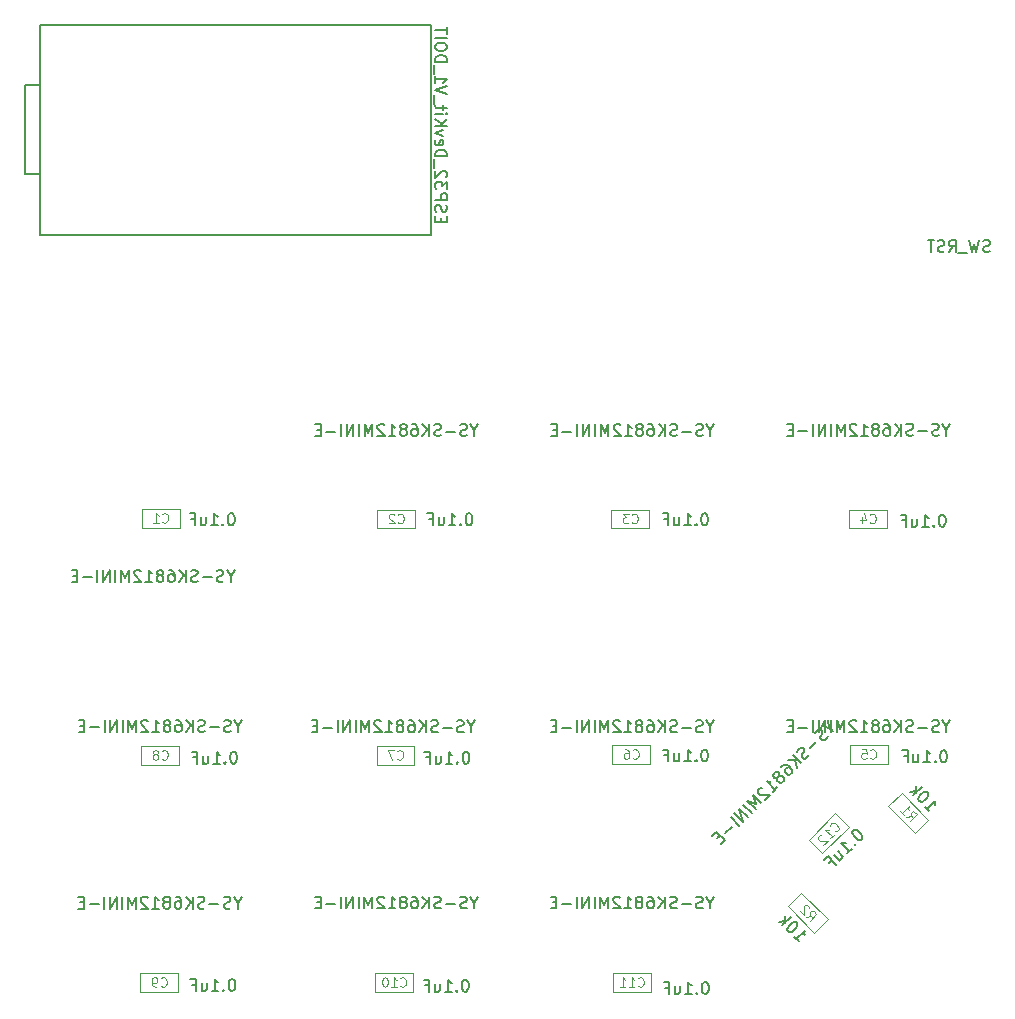
<source format=gbr>
%TF.GenerationSoftware,KiCad,Pcbnew,5.1.7-a382d34a8~88~ubuntu20.04.1*%
%TF.CreationDate,2021-03-20T14:16:57+01:00*%
%TF.ProjectId,WiFiDuck32,57694669-4475-4636-9b33-322e6b696361,2*%
%TF.SameCoordinates,Original*%
%TF.FileFunction,Other,Fab,Bot*%
%FSLAX46Y46*%
G04 Gerber Fmt 4.6, Leading zero omitted, Abs format (unit mm)*
G04 Created by KiCad (PCBNEW 5.1.7-a382d34a8~88~ubuntu20.04.1) date 2021-03-20 14:16:57*
%MOMM*%
%LPD*%
G01*
G04 APERTURE LIST*
%ADD10C,0.150000*%
%ADD11C,0.100000*%
%ADD12C,0.120000*%
G04 APERTURE END LIST*
D10*
%TO.C,U1*%
X26912000Y-39828000D02*
X26912000Y-44968000D01*
X26912000Y-32318000D02*
X26912000Y-39818000D01*
X25612000Y-32318000D02*
X26912961Y-32318000D01*
X25612000Y-39818000D02*
X26912000Y-39818000D01*
X25612000Y-32318000D02*
X25612000Y-39818000D01*
X26912000Y-27168000D02*
X26912000Y-32318000D01*
X26912000Y-44968000D02*
X59962000Y-44968000D01*
X59962000Y-44968000D02*
X59962000Y-27168000D01*
X59962000Y-27168000D02*
X26912000Y-27168000D01*
D11*
%TO.C,R1*%
X99827815Y-92219444D02*
X98696444Y-93350815D01*
X98696444Y-93350815D02*
X100959185Y-95613556D01*
X100959185Y-95613556D02*
X102090556Y-94482185D01*
X102090556Y-94482185D02*
X99827815Y-92219444D01*
%TO.C,R2*%
X90187444Y-101796315D02*
X92450185Y-104059056D01*
X91318815Y-100664944D02*
X90187444Y-101796315D01*
X93581556Y-102927685D02*
X91318815Y-100664944D01*
X92450185Y-104059056D02*
X93581556Y-102927685D01*
%TO.C,C1*%
X35509000Y-69761000D02*
X38709000Y-69761000D01*
X35509000Y-68161000D02*
X35509000Y-69761000D01*
X38709000Y-68161000D02*
X35509000Y-68161000D01*
X38709000Y-69761000D02*
X38709000Y-68161000D01*
%TO.C,C2*%
X58648000Y-69824500D02*
X58648000Y-68224500D01*
X58648000Y-68224500D02*
X55448000Y-68224500D01*
X55448000Y-68224500D02*
X55448000Y-69824500D01*
X55448000Y-69824500D02*
X58648000Y-69824500D01*
%TO.C,C3*%
X75260000Y-69824500D02*
X78460000Y-69824500D01*
X75260000Y-68224500D02*
X75260000Y-69824500D01*
X78460000Y-68224500D02*
X75260000Y-68224500D01*
X78460000Y-69824500D02*
X78460000Y-68224500D01*
%TO.C,C4*%
X98603000Y-69824500D02*
X98603000Y-68224500D01*
X98603000Y-68224500D02*
X95403000Y-68224500D01*
X95403000Y-68224500D02*
X95403000Y-69824500D01*
X95403000Y-69824500D02*
X98603000Y-69824500D01*
%TO.C,C5*%
X95453000Y-89763500D02*
X98653000Y-89763500D01*
X95453000Y-88163500D02*
X95453000Y-89763500D01*
X98653000Y-88163500D02*
X95453000Y-88163500D01*
X98653000Y-89763500D02*
X98653000Y-88163500D01*
%TO.C,C6*%
X78523500Y-89763500D02*
X78523500Y-88163500D01*
X78523500Y-88163500D02*
X75323500Y-88163500D01*
X75323500Y-88163500D02*
X75323500Y-89763500D01*
X75323500Y-89763500D02*
X78523500Y-89763500D01*
%TO.C,C7*%
X55384500Y-89827000D02*
X58584500Y-89827000D01*
X55384500Y-88227000D02*
X55384500Y-89827000D01*
X58584500Y-88227000D02*
X55384500Y-88227000D01*
X58584500Y-89827000D02*
X58584500Y-88227000D01*
%TO.C,C8*%
X38659000Y-89827000D02*
X38659000Y-88227000D01*
X38659000Y-88227000D02*
X35459000Y-88227000D01*
X35459000Y-88227000D02*
X35459000Y-89827000D01*
X35459000Y-89827000D02*
X38659000Y-89827000D01*
%TO.C,C9*%
X35382000Y-109067500D02*
X38582000Y-109067500D01*
X35382000Y-107467500D02*
X35382000Y-109067500D01*
X38582000Y-107467500D02*
X35382000Y-107467500D01*
X38582000Y-109067500D02*
X38582000Y-107467500D01*
%TO.C,C10*%
X58471000Y-109067500D02*
X58471000Y-107467500D01*
X58471000Y-107467500D02*
X55271000Y-107467500D01*
X55271000Y-107467500D02*
X55271000Y-109067500D01*
X55271000Y-109067500D02*
X58471000Y-109067500D01*
%TO.C,C11*%
X75400500Y-109067500D02*
X78600500Y-109067500D01*
X75400500Y-107467500D02*
X75400500Y-109067500D01*
X78600500Y-107467500D02*
X75400500Y-107467500D01*
X78600500Y-109067500D02*
X78600500Y-107467500D01*
%TO.C,C12*%
X93096815Y-97328056D02*
X95359556Y-95065315D01*
X91965444Y-96196685D02*
X93096815Y-97328056D01*
X94228185Y-93933944D02*
X91965444Y-96196685D01*
X95359556Y-95065315D02*
X94228185Y-93933944D01*
%TD*%
%TO.C,LED1*%
D10*
X43030847Y-73864390D02*
X43030847Y-74340580D01*
X43364180Y-73340580D02*
X43030847Y-73864390D01*
X42697514Y-73340580D01*
X42411800Y-74292961D02*
X42268942Y-74340580D01*
X42030847Y-74340580D01*
X41935609Y-74292961D01*
X41887990Y-74245342D01*
X41840371Y-74150104D01*
X41840371Y-74054866D01*
X41887990Y-73959628D01*
X41935609Y-73912009D01*
X42030847Y-73864390D01*
X42221323Y-73816771D01*
X42316561Y-73769152D01*
X42364180Y-73721533D01*
X42411800Y-73626295D01*
X42411800Y-73531057D01*
X42364180Y-73435819D01*
X42316561Y-73388200D01*
X42221323Y-73340580D01*
X41983228Y-73340580D01*
X41840371Y-73388200D01*
X41411800Y-73959628D02*
X40649895Y-73959628D01*
X40221323Y-74292961D02*
X40078466Y-74340580D01*
X39840371Y-74340580D01*
X39745133Y-74292961D01*
X39697514Y-74245342D01*
X39649895Y-74150104D01*
X39649895Y-74054866D01*
X39697514Y-73959628D01*
X39745133Y-73912009D01*
X39840371Y-73864390D01*
X40030847Y-73816771D01*
X40126085Y-73769152D01*
X40173704Y-73721533D01*
X40221323Y-73626295D01*
X40221323Y-73531057D01*
X40173704Y-73435819D01*
X40126085Y-73388200D01*
X40030847Y-73340580D01*
X39792752Y-73340580D01*
X39649895Y-73388200D01*
X39221323Y-74340580D02*
X39221323Y-73340580D01*
X38649895Y-74340580D02*
X39078466Y-73769152D01*
X38649895Y-73340580D02*
X39221323Y-73912009D01*
X37792752Y-73340580D02*
X37983228Y-73340580D01*
X38078466Y-73388200D01*
X38126085Y-73435819D01*
X38221323Y-73578676D01*
X38268942Y-73769152D01*
X38268942Y-74150104D01*
X38221323Y-74245342D01*
X38173704Y-74292961D01*
X38078466Y-74340580D01*
X37887990Y-74340580D01*
X37792752Y-74292961D01*
X37745133Y-74245342D01*
X37697514Y-74150104D01*
X37697514Y-73912009D01*
X37745133Y-73816771D01*
X37792752Y-73769152D01*
X37887990Y-73721533D01*
X38078466Y-73721533D01*
X38173704Y-73769152D01*
X38221323Y-73816771D01*
X38268942Y-73912009D01*
X37126085Y-73769152D02*
X37221323Y-73721533D01*
X37268942Y-73673914D01*
X37316561Y-73578676D01*
X37316561Y-73531057D01*
X37268942Y-73435819D01*
X37221323Y-73388200D01*
X37126085Y-73340580D01*
X36935609Y-73340580D01*
X36840371Y-73388200D01*
X36792752Y-73435819D01*
X36745133Y-73531057D01*
X36745133Y-73578676D01*
X36792752Y-73673914D01*
X36840371Y-73721533D01*
X36935609Y-73769152D01*
X37126085Y-73769152D01*
X37221323Y-73816771D01*
X37268942Y-73864390D01*
X37316561Y-73959628D01*
X37316561Y-74150104D01*
X37268942Y-74245342D01*
X37221323Y-74292961D01*
X37126085Y-74340580D01*
X36935609Y-74340580D01*
X36840371Y-74292961D01*
X36792752Y-74245342D01*
X36745133Y-74150104D01*
X36745133Y-73959628D01*
X36792752Y-73864390D01*
X36840371Y-73816771D01*
X36935609Y-73769152D01*
X35792752Y-74340580D02*
X36364180Y-74340580D01*
X36078466Y-74340580D02*
X36078466Y-73340580D01*
X36173704Y-73483438D01*
X36268942Y-73578676D01*
X36364180Y-73626295D01*
X35411800Y-73435819D02*
X35364180Y-73388200D01*
X35268942Y-73340580D01*
X35030847Y-73340580D01*
X34935609Y-73388200D01*
X34887990Y-73435819D01*
X34840371Y-73531057D01*
X34840371Y-73626295D01*
X34887990Y-73769152D01*
X35459419Y-74340580D01*
X34840371Y-74340580D01*
X34411800Y-74340580D02*
X34411800Y-73340580D01*
X34078466Y-74054866D01*
X33745133Y-73340580D01*
X33745133Y-74340580D01*
X33268942Y-74340580D02*
X33268942Y-73340580D01*
X32792752Y-74340580D02*
X32792752Y-73340580D01*
X32221323Y-74340580D01*
X32221323Y-73340580D01*
X31745133Y-74340580D02*
X31745133Y-73340580D01*
X31268942Y-73959628D02*
X30507038Y-73959628D01*
X30030847Y-73816771D02*
X29697514Y-73816771D01*
X29554657Y-74340580D02*
X30030847Y-74340580D01*
X30030847Y-73340580D01*
X29554657Y-73340580D01*
%TO.C,LED2*%
X63642047Y-61524390D02*
X63642047Y-62000580D01*
X63975380Y-61000580D02*
X63642047Y-61524390D01*
X63308714Y-61000580D01*
X63023000Y-61952961D02*
X62880142Y-62000580D01*
X62642047Y-62000580D01*
X62546809Y-61952961D01*
X62499190Y-61905342D01*
X62451571Y-61810104D01*
X62451571Y-61714866D01*
X62499190Y-61619628D01*
X62546809Y-61572009D01*
X62642047Y-61524390D01*
X62832523Y-61476771D01*
X62927761Y-61429152D01*
X62975380Y-61381533D01*
X63023000Y-61286295D01*
X63023000Y-61191057D01*
X62975380Y-61095819D01*
X62927761Y-61048200D01*
X62832523Y-61000580D01*
X62594428Y-61000580D01*
X62451571Y-61048200D01*
X62023000Y-61619628D02*
X61261095Y-61619628D01*
X60832523Y-61952961D02*
X60689666Y-62000580D01*
X60451571Y-62000580D01*
X60356333Y-61952961D01*
X60308714Y-61905342D01*
X60261095Y-61810104D01*
X60261095Y-61714866D01*
X60308714Y-61619628D01*
X60356333Y-61572009D01*
X60451571Y-61524390D01*
X60642047Y-61476771D01*
X60737285Y-61429152D01*
X60784904Y-61381533D01*
X60832523Y-61286295D01*
X60832523Y-61191057D01*
X60784904Y-61095819D01*
X60737285Y-61048200D01*
X60642047Y-61000580D01*
X60403952Y-61000580D01*
X60261095Y-61048200D01*
X59832523Y-62000580D02*
X59832523Y-61000580D01*
X59261095Y-62000580D02*
X59689666Y-61429152D01*
X59261095Y-61000580D02*
X59832523Y-61572009D01*
X58403952Y-61000580D02*
X58594428Y-61000580D01*
X58689666Y-61048200D01*
X58737285Y-61095819D01*
X58832523Y-61238676D01*
X58880142Y-61429152D01*
X58880142Y-61810104D01*
X58832523Y-61905342D01*
X58784904Y-61952961D01*
X58689666Y-62000580D01*
X58499190Y-62000580D01*
X58403952Y-61952961D01*
X58356333Y-61905342D01*
X58308714Y-61810104D01*
X58308714Y-61572009D01*
X58356333Y-61476771D01*
X58403952Y-61429152D01*
X58499190Y-61381533D01*
X58689666Y-61381533D01*
X58784904Y-61429152D01*
X58832523Y-61476771D01*
X58880142Y-61572009D01*
X57737285Y-61429152D02*
X57832523Y-61381533D01*
X57880142Y-61333914D01*
X57927761Y-61238676D01*
X57927761Y-61191057D01*
X57880142Y-61095819D01*
X57832523Y-61048200D01*
X57737285Y-61000580D01*
X57546809Y-61000580D01*
X57451571Y-61048200D01*
X57403952Y-61095819D01*
X57356333Y-61191057D01*
X57356333Y-61238676D01*
X57403952Y-61333914D01*
X57451571Y-61381533D01*
X57546809Y-61429152D01*
X57737285Y-61429152D01*
X57832523Y-61476771D01*
X57880142Y-61524390D01*
X57927761Y-61619628D01*
X57927761Y-61810104D01*
X57880142Y-61905342D01*
X57832523Y-61952961D01*
X57737285Y-62000580D01*
X57546809Y-62000580D01*
X57451571Y-61952961D01*
X57403952Y-61905342D01*
X57356333Y-61810104D01*
X57356333Y-61619628D01*
X57403952Y-61524390D01*
X57451571Y-61476771D01*
X57546809Y-61429152D01*
X56403952Y-62000580D02*
X56975380Y-62000580D01*
X56689666Y-62000580D02*
X56689666Y-61000580D01*
X56784904Y-61143438D01*
X56880142Y-61238676D01*
X56975380Y-61286295D01*
X56023000Y-61095819D02*
X55975380Y-61048200D01*
X55880142Y-61000580D01*
X55642047Y-61000580D01*
X55546809Y-61048200D01*
X55499190Y-61095819D01*
X55451571Y-61191057D01*
X55451571Y-61286295D01*
X55499190Y-61429152D01*
X56070619Y-62000580D01*
X55451571Y-62000580D01*
X55023000Y-62000580D02*
X55023000Y-61000580D01*
X54689666Y-61714866D01*
X54356333Y-61000580D01*
X54356333Y-62000580D01*
X53880142Y-62000580D02*
X53880142Y-61000580D01*
X53403952Y-62000580D02*
X53403952Y-61000580D01*
X52832523Y-62000580D01*
X52832523Y-61000580D01*
X52356333Y-62000580D02*
X52356333Y-61000580D01*
X51880142Y-61619628D02*
X51118238Y-61619628D01*
X50642047Y-61476771D02*
X50308714Y-61476771D01*
X50165857Y-62000580D02*
X50642047Y-62000580D01*
X50642047Y-61000580D01*
X50165857Y-61000580D01*
%TO.C,LED3*%
X83627847Y-61524390D02*
X83627847Y-62000580D01*
X83961180Y-61000580D02*
X83627847Y-61524390D01*
X83294514Y-61000580D01*
X83008800Y-61952961D02*
X82865942Y-62000580D01*
X82627847Y-62000580D01*
X82532609Y-61952961D01*
X82484990Y-61905342D01*
X82437371Y-61810104D01*
X82437371Y-61714866D01*
X82484990Y-61619628D01*
X82532609Y-61572009D01*
X82627847Y-61524390D01*
X82818323Y-61476771D01*
X82913561Y-61429152D01*
X82961180Y-61381533D01*
X83008800Y-61286295D01*
X83008800Y-61191057D01*
X82961180Y-61095819D01*
X82913561Y-61048200D01*
X82818323Y-61000580D01*
X82580228Y-61000580D01*
X82437371Y-61048200D01*
X82008800Y-61619628D02*
X81246895Y-61619628D01*
X80818323Y-61952961D02*
X80675466Y-62000580D01*
X80437371Y-62000580D01*
X80342133Y-61952961D01*
X80294514Y-61905342D01*
X80246895Y-61810104D01*
X80246895Y-61714866D01*
X80294514Y-61619628D01*
X80342133Y-61572009D01*
X80437371Y-61524390D01*
X80627847Y-61476771D01*
X80723085Y-61429152D01*
X80770704Y-61381533D01*
X80818323Y-61286295D01*
X80818323Y-61191057D01*
X80770704Y-61095819D01*
X80723085Y-61048200D01*
X80627847Y-61000580D01*
X80389752Y-61000580D01*
X80246895Y-61048200D01*
X79818323Y-62000580D02*
X79818323Y-61000580D01*
X79246895Y-62000580D02*
X79675466Y-61429152D01*
X79246895Y-61000580D02*
X79818323Y-61572009D01*
X78389752Y-61000580D02*
X78580228Y-61000580D01*
X78675466Y-61048200D01*
X78723085Y-61095819D01*
X78818323Y-61238676D01*
X78865942Y-61429152D01*
X78865942Y-61810104D01*
X78818323Y-61905342D01*
X78770704Y-61952961D01*
X78675466Y-62000580D01*
X78484990Y-62000580D01*
X78389752Y-61952961D01*
X78342133Y-61905342D01*
X78294514Y-61810104D01*
X78294514Y-61572009D01*
X78342133Y-61476771D01*
X78389752Y-61429152D01*
X78484990Y-61381533D01*
X78675466Y-61381533D01*
X78770704Y-61429152D01*
X78818323Y-61476771D01*
X78865942Y-61572009D01*
X77723085Y-61429152D02*
X77818323Y-61381533D01*
X77865942Y-61333914D01*
X77913561Y-61238676D01*
X77913561Y-61191057D01*
X77865942Y-61095819D01*
X77818323Y-61048200D01*
X77723085Y-61000580D01*
X77532609Y-61000580D01*
X77437371Y-61048200D01*
X77389752Y-61095819D01*
X77342133Y-61191057D01*
X77342133Y-61238676D01*
X77389752Y-61333914D01*
X77437371Y-61381533D01*
X77532609Y-61429152D01*
X77723085Y-61429152D01*
X77818323Y-61476771D01*
X77865942Y-61524390D01*
X77913561Y-61619628D01*
X77913561Y-61810104D01*
X77865942Y-61905342D01*
X77818323Y-61952961D01*
X77723085Y-62000580D01*
X77532609Y-62000580D01*
X77437371Y-61952961D01*
X77389752Y-61905342D01*
X77342133Y-61810104D01*
X77342133Y-61619628D01*
X77389752Y-61524390D01*
X77437371Y-61476771D01*
X77532609Y-61429152D01*
X76389752Y-62000580D02*
X76961180Y-62000580D01*
X76675466Y-62000580D02*
X76675466Y-61000580D01*
X76770704Y-61143438D01*
X76865942Y-61238676D01*
X76961180Y-61286295D01*
X76008800Y-61095819D02*
X75961180Y-61048200D01*
X75865942Y-61000580D01*
X75627847Y-61000580D01*
X75532609Y-61048200D01*
X75484990Y-61095819D01*
X75437371Y-61191057D01*
X75437371Y-61286295D01*
X75484990Y-61429152D01*
X76056419Y-62000580D01*
X75437371Y-62000580D01*
X75008800Y-62000580D02*
X75008800Y-61000580D01*
X74675466Y-61714866D01*
X74342133Y-61000580D01*
X74342133Y-62000580D01*
X73865942Y-62000580D02*
X73865942Y-61000580D01*
X73389752Y-62000580D02*
X73389752Y-61000580D01*
X72818323Y-62000580D01*
X72818323Y-61000580D01*
X72342133Y-62000580D02*
X72342133Y-61000580D01*
X71865942Y-61619628D02*
X71104038Y-61619628D01*
X70627847Y-61476771D02*
X70294514Y-61476771D01*
X70151657Y-62000580D02*
X70627847Y-62000580D01*
X70627847Y-61000580D01*
X70151657Y-61000580D01*
%TO.C,LED4*%
X103613647Y-61498990D02*
X103613647Y-61975180D01*
X103946980Y-60975180D02*
X103613647Y-61498990D01*
X103280314Y-60975180D01*
X102994600Y-61927561D02*
X102851742Y-61975180D01*
X102613647Y-61975180D01*
X102518409Y-61927561D01*
X102470790Y-61879942D01*
X102423171Y-61784704D01*
X102423171Y-61689466D01*
X102470790Y-61594228D01*
X102518409Y-61546609D01*
X102613647Y-61498990D01*
X102804123Y-61451371D01*
X102899361Y-61403752D01*
X102946980Y-61356133D01*
X102994600Y-61260895D01*
X102994600Y-61165657D01*
X102946980Y-61070419D01*
X102899361Y-61022800D01*
X102804123Y-60975180D01*
X102566028Y-60975180D01*
X102423171Y-61022800D01*
X101994600Y-61594228D02*
X101232695Y-61594228D01*
X100804123Y-61927561D02*
X100661266Y-61975180D01*
X100423171Y-61975180D01*
X100327933Y-61927561D01*
X100280314Y-61879942D01*
X100232695Y-61784704D01*
X100232695Y-61689466D01*
X100280314Y-61594228D01*
X100327933Y-61546609D01*
X100423171Y-61498990D01*
X100613647Y-61451371D01*
X100708885Y-61403752D01*
X100756504Y-61356133D01*
X100804123Y-61260895D01*
X100804123Y-61165657D01*
X100756504Y-61070419D01*
X100708885Y-61022800D01*
X100613647Y-60975180D01*
X100375552Y-60975180D01*
X100232695Y-61022800D01*
X99804123Y-61975180D02*
X99804123Y-60975180D01*
X99232695Y-61975180D02*
X99661266Y-61403752D01*
X99232695Y-60975180D02*
X99804123Y-61546609D01*
X98375552Y-60975180D02*
X98566028Y-60975180D01*
X98661266Y-61022800D01*
X98708885Y-61070419D01*
X98804123Y-61213276D01*
X98851742Y-61403752D01*
X98851742Y-61784704D01*
X98804123Y-61879942D01*
X98756504Y-61927561D01*
X98661266Y-61975180D01*
X98470790Y-61975180D01*
X98375552Y-61927561D01*
X98327933Y-61879942D01*
X98280314Y-61784704D01*
X98280314Y-61546609D01*
X98327933Y-61451371D01*
X98375552Y-61403752D01*
X98470790Y-61356133D01*
X98661266Y-61356133D01*
X98756504Y-61403752D01*
X98804123Y-61451371D01*
X98851742Y-61546609D01*
X97708885Y-61403752D02*
X97804123Y-61356133D01*
X97851742Y-61308514D01*
X97899361Y-61213276D01*
X97899361Y-61165657D01*
X97851742Y-61070419D01*
X97804123Y-61022800D01*
X97708885Y-60975180D01*
X97518409Y-60975180D01*
X97423171Y-61022800D01*
X97375552Y-61070419D01*
X97327933Y-61165657D01*
X97327933Y-61213276D01*
X97375552Y-61308514D01*
X97423171Y-61356133D01*
X97518409Y-61403752D01*
X97708885Y-61403752D01*
X97804123Y-61451371D01*
X97851742Y-61498990D01*
X97899361Y-61594228D01*
X97899361Y-61784704D01*
X97851742Y-61879942D01*
X97804123Y-61927561D01*
X97708885Y-61975180D01*
X97518409Y-61975180D01*
X97423171Y-61927561D01*
X97375552Y-61879942D01*
X97327933Y-61784704D01*
X97327933Y-61594228D01*
X97375552Y-61498990D01*
X97423171Y-61451371D01*
X97518409Y-61403752D01*
X96375552Y-61975180D02*
X96946980Y-61975180D01*
X96661266Y-61975180D02*
X96661266Y-60975180D01*
X96756504Y-61118038D01*
X96851742Y-61213276D01*
X96946980Y-61260895D01*
X95994600Y-61070419D02*
X95946980Y-61022800D01*
X95851742Y-60975180D01*
X95613647Y-60975180D01*
X95518409Y-61022800D01*
X95470790Y-61070419D01*
X95423171Y-61165657D01*
X95423171Y-61260895D01*
X95470790Y-61403752D01*
X96042219Y-61975180D01*
X95423171Y-61975180D01*
X94994600Y-61975180D02*
X94994600Y-60975180D01*
X94661266Y-61689466D01*
X94327933Y-60975180D01*
X94327933Y-61975180D01*
X93851742Y-61975180D02*
X93851742Y-60975180D01*
X93375552Y-61975180D02*
X93375552Y-60975180D01*
X92804123Y-61975180D01*
X92804123Y-60975180D01*
X92327933Y-61975180D02*
X92327933Y-60975180D01*
X91851742Y-61594228D02*
X91089838Y-61594228D01*
X90613647Y-61451371D02*
X90280314Y-61451371D01*
X90137457Y-61975180D02*
X90613647Y-61975180D01*
X90613647Y-60975180D01*
X90137457Y-60975180D01*
%TO.C,LED5*%
X103600947Y-86590190D02*
X103600947Y-87066380D01*
X103934280Y-86066380D02*
X103600947Y-86590190D01*
X103267614Y-86066380D01*
X102981900Y-87018761D02*
X102839042Y-87066380D01*
X102600947Y-87066380D01*
X102505709Y-87018761D01*
X102458090Y-86971142D01*
X102410471Y-86875904D01*
X102410471Y-86780666D01*
X102458090Y-86685428D01*
X102505709Y-86637809D01*
X102600947Y-86590190D01*
X102791423Y-86542571D01*
X102886661Y-86494952D01*
X102934280Y-86447333D01*
X102981900Y-86352095D01*
X102981900Y-86256857D01*
X102934280Y-86161619D01*
X102886661Y-86114000D01*
X102791423Y-86066380D01*
X102553328Y-86066380D01*
X102410471Y-86114000D01*
X101981900Y-86685428D02*
X101219995Y-86685428D01*
X100791423Y-87018761D02*
X100648566Y-87066380D01*
X100410471Y-87066380D01*
X100315233Y-87018761D01*
X100267614Y-86971142D01*
X100219995Y-86875904D01*
X100219995Y-86780666D01*
X100267614Y-86685428D01*
X100315233Y-86637809D01*
X100410471Y-86590190D01*
X100600947Y-86542571D01*
X100696185Y-86494952D01*
X100743804Y-86447333D01*
X100791423Y-86352095D01*
X100791423Y-86256857D01*
X100743804Y-86161619D01*
X100696185Y-86114000D01*
X100600947Y-86066380D01*
X100362852Y-86066380D01*
X100219995Y-86114000D01*
X99791423Y-87066380D02*
X99791423Y-86066380D01*
X99219995Y-87066380D02*
X99648566Y-86494952D01*
X99219995Y-86066380D02*
X99791423Y-86637809D01*
X98362852Y-86066380D02*
X98553328Y-86066380D01*
X98648566Y-86114000D01*
X98696185Y-86161619D01*
X98791423Y-86304476D01*
X98839042Y-86494952D01*
X98839042Y-86875904D01*
X98791423Y-86971142D01*
X98743804Y-87018761D01*
X98648566Y-87066380D01*
X98458090Y-87066380D01*
X98362852Y-87018761D01*
X98315233Y-86971142D01*
X98267614Y-86875904D01*
X98267614Y-86637809D01*
X98315233Y-86542571D01*
X98362852Y-86494952D01*
X98458090Y-86447333D01*
X98648566Y-86447333D01*
X98743804Y-86494952D01*
X98791423Y-86542571D01*
X98839042Y-86637809D01*
X97696185Y-86494952D02*
X97791423Y-86447333D01*
X97839042Y-86399714D01*
X97886661Y-86304476D01*
X97886661Y-86256857D01*
X97839042Y-86161619D01*
X97791423Y-86114000D01*
X97696185Y-86066380D01*
X97505709Y-86066380D01*
X97410471Y-86114000D01*
X97362852Y-86161619D01*
X97315233Y-86256857D01*
X97315233Y-86304476D01*
X97362852Y-86399714D01*
X97410471Y-86447333D01*
X97505709Y-86494952D01*
X97696185Y-86494952D01*
X97791423Y-86542571D01*
X97839042Y-86590190D01*
X97886661Y-86685428D01*
X97886661Y-86875904D01*
X97839042Y-86971142D01*
X97791423Y-87018761D01*
X97696185Y-87066380D01*
X97505709Y-87066380D01*
X97410471Y-87018761D01*
X97362852Y-86971142D01*
X97315233Y-86875904D01*
X97315233Y-86685428D01*
X97362852Y-86590190D01*
X97410471Y-86542571D01*
X97505709Y-86494952D01*
X96362852Y-87066380D02*
X96934280Y-87066380D01*
X96648566Y-87066380D02*
X96648566Y-86066380D01*
X96743804Y-86209238D01*
X96839042Y-86304476D01*
X96934280Y-86352095D01*
X95981900Y-86161619D02*
X95934280Y-86114000D01*
X95839042Y-86066380D01*
X95600947Y-86066380D01*
X95505709Y-86114000D01*
X95458090Y-86161619D01*
X95410471Y-86256857D01*
X95410471Y-86352095D01*
X95458090Y-86494952D01*
X96029519Y-87066380D01*
X95410471Y-87066380D01*
X94981900Y-87066380D02*
X94981900Y-86066380D01*
X94648566Y-86780666D01*
X94315233Y-86066380D01*
X94315233Y-87066380D01*
X93839042Y-87066380D02*
X93839042Y-86066380D01*
X93362852Y-87066380D02*
X93362852Y-86066380D01*
X92791423Y-87066380D01*
X92791423Y-86066380D01*
X92315233Y-87066380D02*
X92315233Y-86066380D01*
X91839042Y-86685428D02*
X91077138Y-86685428D01*
X90600947Y-86542571D02*
X90267614Y-86542571D01*
X90124757Y-87066380D02*
X90600947Y-87066380D01*
X90600947Y-86066380D01*
X90124757Y-86066380D01*
%TO.C,LED6*%
X83602447Y-86590190D02*
X83602447Y-87066380D01*
X83935780Y-86066380D02*
X83602447Y-86590190D01*
X83269114Y-86066380D01*
X82983400Y-87018761D02*
X82840542Y-87066380D01*
X82602447Y-87066380D01*
X82507209Y-87018761D01*
X82459590Y-86971142D01*
X82411971Y-86875904D01*
X82411971Y-86780666D01*
X82459590Y-86685428D01*
X82507209Y-86637809D01*
X82602447Y-86590190D01*
X82792923Y-86542571D01*
X82888161Y-86494952D01*
X82935780Y-86447333D01*
X82983400Y-86352095D01*
X82983400Y-86256857D01*
X82935780Y-86161619D01*
X82888161Y-86114000D01*
X82792923Y-86066380D01*
X82554828Y-86066380D01*
X82411971Y-86114000D01*
X81983400Y-86685428D02*
X81221495Y-86685428D01*
X80792923Y-87018761D02*
X80650066Y-87066380D01*
X80411971Y-87066380D01*
X80316733Y-87018761D01*
X80269114Y-86971142D01*
X80221495Y-86875904D01*
X80221495Y-86780666D01*
X80269114Y-86685428D01*
X80316733Y-86637809D01*
X80411971Y-86590190D01*
X80602447Y-86542571D01*
X80697685Y-86494952D01*
X80745304Y-86447333D01*
X80792923Y-86352095D01*
X80792923Y-86256857D01*
X80745304Y-86161619D01*
X80697685Y-86114000D01*
X80602447Y-86066380D01*
X80364352Y-86066380D01*
X80221495Y-86114000D01*
X79792923Y-87066380D02*
X79792923Y-86066380D01*
X79221495Y-87066380D02*
X79650066Y-86494952D01*
X79221495Y-86066380D02*
X79792923Y-86637809D01*
X78364352Y-86066380D02*
X78554828Y-86066380D01*
X78650066Y-86114000D01*
X78697685Y-86161619D01*
X78792923Y-86304476D01*
X78840542Y-86494952D01*
X78840542Y-86875904D01*
X78792923Y-86971142D01*
X78745304Y-87018761D01*
X78650066Y-87066380D01*
X78459590Y-87066380D01*
X78364352Y-87018761D01*
X78316733Y-86971142D01*
X78269114Y-86875904D01*
X78269114Y-86637809D01*
X78316733Y-86542571D01*
X78364352Y-86494952D01*
X78459590Y-86447333D01*
X78650066Y-86447333D01*
X78745304Y-86494952D01*
X78792923Y-86542571D01*
X78840542Y-86637809D01*
X77697685Y-86494952D02*
X77792923Y-86447333D01*
X77840542Y-86399714D01*
X77888161Y-86304476D01*
X77888161Y-86256857D01*
X77840542Y-86161619D01*
X77792923Y-86114000D01*
X77697685Y-86066380D01*
X77507209Y-86066380D01*
X77411971Y-86114000D01*
X77364352Y-86161619D01*
X77316733Y-86256857D01*
X77316733Y-86304476D01*
X77364352Y-86399714D01*
X77411971Y-86447333D01*
X77507209Y-86494952D01*
X77697685Y-86494952D01*
X77792923Y-86542571D01*
X77840542Y-86590190D01*
X77888161Y-86685428D01*
X77888161Y-86875904D01*
X77840542Y-86971142D01*
X77792923Y-87018761D01*
X77697685Y-87066380D01*
X77507209Y-87066380D01*
X77411971Y-87018761D01*
X77364352Y-86971142D01*
X77316733Y-86875904D01*
X77316733Y-86685428D01*
X77364352Y-86590190D01*
X77411971Y-86542571D01*
X77507209Y-86494952D01*
X76364352Y-87066380D02*
X76935780Y-87066380D01*
X76650066Y-87066380D02*
X76650066Y-86066380D01*
X76745304Y-86209238D01*
X76840542Y-86304476D01*
X76935780Y-86352095D01*
X75983400Y-86161619D02*
X75935780Y-86114000D01*
X75840542Y-86066380D01*
X75602447Y-86066380D01*
X75507209Y-86114000D01*
X75459590Y-86161619D01*
X75411971Y-86256857D01*
X75411971Y-86352095D01*
X75459590Y-86494952D01*
X76031019Y-87066380D01*
X75411971Y-87066380D01*
X74983400Y-87066380D02*
X74983400Y-86066380D01*
X74650066Y-86780666D01*
X74316733Y-86066380D01*
X74316733Y-87066380D01*
X73840542Y-87066380D02*
X73840542Y-86066380D01*
X73364352Y-87066380D02*
X73364352Y-86066380D01*
X72792923Y-87066380D01*
X72792923Y-86066380D01*
X72316733Y-87066380D02*
X72316733Y-86066380D01*
X71840542Y-86685428D02*
X71078638Y-86685428D01*
X70602447Y-86542571D02*
X70269114Y-86542571D01*
X70126257Y-87066380D02*
X70602447Y-87066380D01*
X70602447Y-86066380D01*
X70126257Y-86066380D01*
%TO.C,LED7*%
X63362647Y-86590190D02*
X63362647Y-87066380D01*
X63695980Y-86066380D02*
X63362647Y-86590190D01*
X63029314Y-86066380D01*
X62743600Y-87018761D02*
X62600742Y-87066380D01*
X62362647Y-87066380D01*
X62267409Y-87018761D01*
X62219790Y-86971142D01*
X62172171Y-86875904D01*
X62172171Y-86780666D01*
X62219790Y-86685428D01*
X62267409Y-86637809D01*
X62362647Y-86590190D01*
X62553123Y-86542571D01*
X62648361Y-86494952D01*
X62695980Y-86447333D01*
X62743600Y-86352095D01*
X62743600Y-86256857D01*
X62695980Y-86161619D01*
X62648361Y-86114000D01*
X62553123Y-86066380D01*
X62315028Y-86066380D01*
X62172171Y-86114000D01*
X61743600Y-86685428D02*
X60981695Y-86685428D01*
X60553123Y-87018761D02*
X60410266Y-87066380D01*
X60172171Y-87066380D01*
X60076933Y-87018761D01*
X60029314Y-86971142D01*
X59981695Y-86875904D01*
X59981695Y-86780666D01*
X60029314Y-86685428D01*
X60076933Y-86637809D01*
X60172171Y-86590190D01*
X60362647Y-86542571D01*
X60457885Y-86494952D01*
X60505504Y-86447333D01*
X60553123Y-86352095D01*
X60553123Y-86256857D01*
X60505504Y-86161619D01*
X60457885Y-86114000D01*
X60362647Y-86066380D01*
X60124552Y-86066380D01*
X59981695Y-86114000D01*
X59553123Y-87066380D02*
X59553123Y-86066380D01*
X58981695Y-87066380D02*
X59410266Y-86494952D01*
X58981695Y-86066380D02*
X59553123Y-86637809D01*
X58124552Y-86066380D02*
X58315028Y-86066380D01*
X58410266Y-86114000D01*
X58457885Y-86161619D01*
X58553123Y-86304476D01*
X58600742Y-86494952D01*
X58600742Y-86875904D01*
X58553123Y-86971142D01*
X58505504Y-87018761D01*
X58410266Y-87066380D01*
X58219790Y-87066380D01*
X58124552Y-87018761D01*
X58076933Y-86971142D01*
X58029314Y-86875904D01*
X58029314Y-86637809D01*
X58076933Y-86542571D01*
X58124552Y-86494952D01*
X58219790Y-86447333D01*
X58410266Y-86447333D01*
X58505504Y-86494952D01*
X58553123Y-86542571D01*
X58600742Y-86637809D01*
X57457885Y-86494952D02*
X57553123Y-86447333D01*
X57600742Y-86399714D01*
X57648361Y-86304476D01*
X57648361Y-86256857D01*
X57600742Y-86161619D01*
X57553123Y-86114000D01*
X57457885Y-86066380D01*
X57267409Y-86066380D01*
X57172171Y-86114000D01*
X57124552Y-86161619D01*
X57076933Y-86256857D01*
X57076933Y-86304476D01*
X57124552Y-86399714D01*
X57172171Y-86447333D01*
X57267409Y-86494952D01*
X57457885Y-86494952D01*
X57553123Y-86542571D01*
X57600742Y-86590190D01*
X57648361Y-86685428D01*
X57648361Y-86875904D01*
X57600742Y-86971142D01*
X57553123Y-87018761D01*
X57457885Y-87066380D01*
X57267409Y-87066380D01*
X57172171Y-87018761D01*
X57124552Y-86971142D01*
X57076933Y-86875904D01*
X57076933Y-86685428D01*
X57124552Y-86590190D01*
X57172171Y-86542571D01*
X57267409Y-86494952D01*
X56124552Y-87066380D02*
X56695980Y-87066380D01*
X56410266Y-87066380D02*
X56410266Y-86066380D01*
X56505504Y-86209238D01*
X56600742Y-86304476D01*
X56695980Y-86352095D01*
X55743600Y-86161619D02*
X55695980Y-86114000D01*
X55600742Y-86066380D01*
X55362647Y-86066380D01*
X55267409Y-86114000D01*
X55219790Y-86161619D01*
X55172171Y-86256857D01*
X55172171Y-86352095D01*
X55219790Y-86494952D01*
X55791219Y-87066380D01*
X55172171Y-87066380D01*
X54743600Y-87066380D02*
X54743600Y-86066380D01*
X54410266Y-86780666D01*
X54076933Y-86066380D01*
X54076933Y-87066380D01*
X53600742Y-87066380D02*
X53600742Y-86066380D01*
X53124552Y-87066380D02*
X53124552Y-86066380D01*
X52553123Y-87066380D01*
X52553123Y-86066380D01*
X52076933Y-87066380D02*
X52076933Y-86066380D01*
X51600742Y-86685428D02*
X50838838Y-86685428D01*
X50362647Y-86542571D02*
X50029314Y-86542571D01*
X49886457Y-87066380D02*
X50362647Y-87066380D01*
X50362647Y-86066380D01*
X49886457Y-86066380D01*
%TO.C,LED8*%
X43630847Y-86577490D02*
X43630847Y-87053680D01*
X43964180Y-86053680D02*
X43630847Y-86577490D01*
X43297514Y-86053680D01*
X43011800Y-87006061D02*
X42868942Y-87053680D01*
X42630847Y-87053680D01*
X42535609Y-87006061D01*
X42487990Y-86958442D01*
X42440371Y-86863204D01*
X42440371Y-86767966D01*
X42487990Y-86672728D01*
X42535609Y-86625109D01*
X42630847Y-86577490D01*
X42821323Y-86529871D01*
X42916561Y-86482252D01*
X42964180Y-86434633D01*
X43011800Y-86339395D01*
X43011800Y-86244157D01*
X42964180Y-86148919D01*
X42916561Y-86101300D01*
X42821323Y-86053680D01*
X42583228Y-86053680D01*
X42440371Y-86101300D01*
X42011800Y-86672728D02*
X41249895Y-86672728D01*
X40821323Y-87006061D02*
X40678466Y-87053680D01*
X40440371Y-87053680D01*
X40345133Y-87006061D01*
X40297514Y-86958442D01*
X40249895Y-86863204D01*
X40249895Y-86767966D01*
X40297514Y-86672728D01*
X40345133Y-86625109D01*
X40440371Y-86577490D01*
X40630847Y-86529871D01*
X40726085Y-86482252D01*
X40773704Y-86434633D01*
X40821323Y-86339395D01*
X40821323Y-86244157D01*
X40773704Y-86148919D01*
X40726085Y-86101300D01*
X40630847Y-86053680D01*
X40392752Y-86053680D01*
X40249895Y-86101300D01*
X39821323Y-87053680D02*
X39821323Y-86053680D01*
X39249895Y-87053680D02*
X39678466Y-86482252D01*
X39249895Y-86053680D02*
X39821323Y-86625109D01*
X38392752Y-86053680D02*
X38583228Y-86053680D01*
X38678466Y-86101300D01*
X38726085Y-86148919D01*
X38821323Y-86291776D01*
X38868942Y-86482252D01*
X38868942Y-86863204D01*
X38821323Y-86958442D01*
X38773704Y-87006061D01*
X38678466Y-87053680D01*
X38487990Y-87053680D01*
X38392752Y-87006061D01*
X38345133Y-86958442D01*
X38297514Y-86863204D01*
X38297514Y-86625109D01*
X38345133Y-86529871D01*
X38392752Y-86482252D01*
X38487990Y-86434633D01*
X38678466Y-86434633D01*
X38773704Y-86482252D01*
X38821323Y-86529871D01*
X38868942Y-86625109D01*
X37726085Y-86482252D02*
X37821323Y-86434633D01*
X37868942Y-86387014D01*
X37916561Y-86291776D01*
X37916561Y-86244157D01*
X37868942Y-86148919D01*
X37821323Y-86101300D01*
X37726085Y-86053680D01*
X37535609Y-86053680D01*
X37440371Y-86101300D01*
X37392752Y-86148919D01*
X37345133Y-86244157D01*
X37345133Y-86291776D01*
X37392752Y-86387014D01*
X37440371Y-86434633D01*
X37535609Y-86482252D01*
X37726085Y-86482252D01*
X37821323Y-86529871D01*
X37868942Y-86577490D01*
X37916561Y-86672728D01*
X37916561Y-86863204D01*
X37868942Y-86958442D01*
X37821323Y-87006061D01*
X37726085Y-87053680D01*
X37535609Y-87053680D01*
X37440371Y-87006061D01*
X37392752Y-86958442D01*
X37345133Y-86863204D01*
X37345133Y-86672728D01*
X37392752Y-86577490D01*
X37440371Y-86529871D01*
X37535609Y-86482252D01*
X36392752Y-87053680D02*
X36964180Y-87053680D01*
X36678466Y-87053680D02*
X36678466Y-86053680D01*
X36773704Y-86196538D01*
X36868942Y-86291776D01*
X36964180Y-86339395D01*
X36011800Y-86148919D02*
X35964180Y-86101300D01*
X35868942Y-86053680D01*
X35630847Y-86053680D01*
X35535609Y-86101300D01*
X35487990Y-86148919D01*
X35440371Y-86244157D01*
X35440371Y-86339395D01*
X35487990Y-86482252D01*
X36059419Y-87053680D01*
X35440371Y-87053680D01*
X35011800Y-87053680D02*
X35011800Y-86053680D01*
X34678466Y-86767966D01*
X34345133Y-86053680D01*
X34345133Y-87053680D01*
X33868942Y-87053680D02*
X33868942Y-86053680D01*
X33392752Y-87053680D02*
X33392752Y-86053680D01*
X32821323Y-87053680D01*
X32821323Y-86053680D01*
X32345133Y-87053680D02*
X32345133Y-86053680D01*
X31868942Y-86672728D02*
X31107038Y-86672728D01*
X30630847Y-86529871D02*
X30297514Y-86529871D01*
X30154657Y-87053680D02*
X30630847Y-87053680D01*
X30630847Y-86053680D01*
X30154657Y-86053680D01*
%TO.C,LED9*%
X43605447Y-101534090D02*
X43605447Y-102010280D01*
X43938780Y-101010280D02*
X43605447Y-101534090D01*
X43272114Y-101010280D01*
X42986400Y-101962661D02*
X42843542Y-102010280D01*
X42605447Y-102010280D01*
X42510209Y-101962661D01*
X42462590Y-101915042D01*
X42414971Y-101819804D01*
X42414971Y-101724566D01*
X42462590Y-101629328D01*
X42510209Y-101581709D01*
X42605447Y-101534090D01*
X42795923Y-101486471D01*
X42891161Y-101438852D01*
X42938780Y-101391233D01*
X42986400Y-101295995D01*
X42986400Y-101200757D01*
X42938780Y-101105519D01*
X42891161Y-101057900D01*
X42795923Y-101010280D01*
X42557828Y-101010280D01*
X42414971Y-101057900D01*
X41986400Y-101629328D02*
X41224495Y-101629328D01*
X40795923Y-101962661D02*
X40653066Y-102010280D01*
X40414971Y-102010280D01*
X40319733Y-101962661D01*
X40272114Y-101915042D01*
X40224495Y-101819804D01*
X40224495Y-101724566D01*
X40272114Y-101629328D01*
X40319733Y-101581709D01*
X40414971Y-101534090D01*
X40605447Y-101486471D01*
X40700685Y-101438852D01*
X40748304Y-101391233D01*
X40795923Y-101295995D01*
X40795923Y-101200757D01*
X40748304Y-101105519D01*
X40700685Y-101057900D01*
X40605447Y-101010280D01*
X40367352Y-101010280D01*
X40224495Y-101057900D01*
X39795923Y-102010280D02*
X39795923Y-101010280D01*
X39224495Y-102010280D02*
X39653066Y-101438852D01*
X39224495Y-101010280D02*
X39795923Y-101581709D01*
X38367352Y-101010280D02*
X38557828Y-101010280D01*
X38653066Y-101057900D01*
X38700685Y-101105519D01*
X38795923Y-101248376D01*
X38843542Y-101438852D01*
X38843542Y-101819804D01*
X38795923Y-101915042D01*
X38748304Y-101962661D01*
X38653066Y-102010280D01*
X38462590Y-102010280D01*
X38367352Y-101962661D01*
X38319733Y-101915042D01*
X38272114Y-101819804D01*
X38272114Y-101581709D01*
X38319733Y-101486471D01*
X38367352Y-101438852D01*
X38462590Y-101391233D01*
X38653066Y-101391233D01*
X38748304Y-101438852D01*
X38795923Y-101486471D01*
X38843542Y-101581709D01*
X37700685Y-101438852D02*
X37795923Y-101391233D01*
X37843542Y-101343614D01*
X37891161Y-101248376D01*
X37891161Y-101200757D01*
X37843542Y-101105519D01*
X37795923Y-101057900D01*
X37700685Y-101010280D01*
X37510209Y-101010280D01*
X37414971Y-101057900D01*
X37367352Y-101105519D01*
X37319733Y-101200757D01*
X37319733Y-101248376D01*
X37367352Y-101343614D01*
X37414971Y-101391233D01*
X37510209Y-101438852D01*
X37700685Y-101438852D01*
X37795923Y-101486471D01*
X37843542Y-101534090D01*
X37891161Y-101629328D01*
X37891161Y-101819804D01*
X37843542Y-101915042D01*
X37795923Y-101962661D01*
X37700685Y-102010280D01*
X37510209Y-102010280D01*
X37414971Y-101962661D01*
X37367352Y-101915042D01*
X37319733Y-101819804D01*
X37319733Y-101629328D01*
X37367352Y-101534090D01*
X37414971Y-101486471D01*
X37510209Y-101438852D01*
X36367352Y-102010280D02*
X36938780Y-102010280D01*
X36653066Y-102010280D02*
X36653066Y-101010280D01*
X36748304Y-101153138D01*
X36843542Y-101248376D01*
X36938780Y-101295995D01*
X35986400Y-101105519D02*
X35938780Y-101057900D01*
X35843542Y-101010280D01*
X35605447Y-101010280D01*
X35510209Y-101057900D01*
X35462590Y-101105519D01*
X35414971Y-101200757D01*
X35414971Y-101295995D01*
X35462590Y-101438852D01*
X36034019Y-102010280D01*
X35414971Y-102010280D01*
X34986400Y-102010280D02*
X34986400Y-101010280D01*
X34653066Y-101724566D01*
X34319733Y-101010280D01*
X34319733Y-102010280D01*
X33843542Y-102010280D02*
X33843542Y-101010280D01*
X33367352Y-102010280D02*
X33367352Y-101010280D01*
X32795923Y-102010280D01*
X32795923Y-101010280D01*
X32319733Y-102010280D02*
X32319733Y-101010280D01*
X31843542Y-101629328D02*
X31081638Y-101629328D01*
X30605447Y-101486471D02*
X30272114Y-101486471D01*
X30129257Y-102010280D02*
X30605447Y-102010280D01*
X30605447Y-101010280D01*
X30129257Y-101010280D01*
%TO.C,LED10*%
X63629347Y-101521390D02*
X63629347Y-101997580D01*
X63962680Y-100997580D02*
X63629347Y-101521390D01*
X63296014Y-100997580D01*
X63010300Y-101949961D02*
X62867442Y-101997580D01*
X62629347Y-101997580D01*
X62534109Y-101949961D01*
X62486490Y-101902342D01*
X62438871Y-101807104D01*
X62438871Y-101711866D01*
X62486490Y-101616628D01*
X62534109Y-101569009D01*
X62629347Y-101521390D01*
X62819823Y-101473771D01*
X62915061Y-101426152D01*
X62962680Y-101378533D01*
X63010300Y-101283295D01*
X63010300Y-101188057D01*
X62962680Y-101092819D01*
X62915061Y-101045200D01*
X62819823Y-100997580D01*
X62581728Y-100997580D01*
X62438871Y-101045200D01*
X62010300Y-101616628D02*
X61248395Y-101616628D01*
X60819823Y-101949961D02*
X60676966Y-101997580D01*
X60438871Y-101997580D01*
X60343633Y-101949961D01*
X60296014Y-101902342D01*
X60248395Y-101807104D01*
X60248395Y-101711866D01*
X60296014Y-101616628D01*
X60343633Y-101569009D01*
X60438871Y-101521390D01*
X60629347Y-101473771D01*
X60724585Y-101426152D01*
X60772204Y-101378533D01*
X60819823Y-101283295D01*
X60819823Y-101188057D01*
X60772204Y-101092819D01*
X60724585Y-101045200D01*
X60629347Y-100997580D01*
X60391252Y-100997580D01*
X60248395Y-101045200D01*
X59819823Y-101997580D02*
X59819823Y-100997580D01*
X59248395Y-101997580D02*
X59676966Y-101426152D01*
X59248395Y-100997580D02*
X59819823Y-101569009D01*
X58391252Y-100997580D02*
X58581728Y-100997580D01*
X58676966Y-101045200D01*
X58724585Y-101092819D01*
X58819823Y-101235676D01*
X58867442Y-101426152D01*
X58867442Y-101807104D01*
X58819823Y-101902342D01*
X58772204Y-101949961D01*
X58676966Y-101997580D01*
X58486490Y-101997580D01*
X58391252Y-101949961D01*
X58343633Y-101902342D01*
X58296014Y-101807104D01*
X58296014Y-101569009D01*
X58343633Y-101473771D01*
X58391252Y-101426152D01*
X58486490Y-101378533D01*
X58676966Y-101378533D01*
X58772204Y-101426152D01*
X58819823Y-101473771D01*
X58867442Y-101569009D01*
X57724585Y-101426152D02*
X57819823Y-101378533D01*
X57867442Y-101330914D01*
X57915061Y-101235676D01*
X57915061Y-101188057D01*
X57867442Y-101092819D01*
X57819823Y-101045200D01*
X57724585Y-100997580D01*
X57534109Y-100997580D01*
X57438871Y-101045200D01*
X57391252Y-101092819D01*
X57343633Y-101188057D01*
X57343633Y-101235676D01*
X57391252Y-101330914D01*
X57438871Y-101378533D01*
X57534109Y-101426152D01*
X57724585Y-101426152D01*
X57819823Y-101473771D01*
X57867442Y-101521390D01*
X57915061Y-101616628D01*
X57915061Y-101807104D01*
X57867442Y-101902342D01*
X57819823Y-101949961D01*
X57724585Y-101997580D01*
X57534109Y-101997580D01*
X57438871Y-101949961D01*
X57391252Y-101902342D01*
X57343633Y-101807104D01*
X57343633Y-101616628D01*
X57391252Y-101521390D01*
X57438871Y-101473771D01*
X57534109Y-101426152D01*
X56391252Y-101997580D02*
X56962680Y-101997580D01*
X56676966Y-101997580D02*
X56676966Y-100997580D01*
X56772204Y-101140438D01*
X56867442Y-101235676D01*
X56962680Y-101283295D01*
X56010300Y-101092819D02*
X55962680Y-101045200D01*
X55867442Y-100997580D01*
X55629347Y-100997580D01*
X55534109Y-101045200D01*
X55486490Y-101092819D01*
X55438871Y-101188057D01*
X55438871Y-101283295D01*
X55486490Y-101426152D01*
X56057919Y-101997580D01*
X55438871Y-101997580D01*
X55010300Y-101997580D02*
X55010300Y-100997580D01*
X54676966Y-101711866D01*
X54343633Y-100997580D01*
X54343633Y-101997580D01*
X53867442Y-101997580D02*
X53867442Y-100997580D01*
X53391252Y-101997580D02*
X53391252Y-100997580D01*
X52819823Y-101997580D01*
X52819823Y-100997580D01*
X52343633Y-101997580D02*
X52343633Y-100997580D01*
X51867442Y-101616628D02*
X51105538Y-101616628D01*
X50629347Y-101473771D02*
X50296014Y-101473771D01*
X50153157Y-101997580D02*
X50629347Y-101997580D01*
X50629347Y-100997580D01*
X50153157Y-100997580D01*
%TO.C,LED11*%
X83602447Y-101521390D02*
X83602447Y-101997580D01*
X83935780Y-100997580D02*
X83602447Y-101521390D01*
X83269114Y-100997580D01*
X82983400Y-101949961D02*
X82840542Y-101997580D01*
X82602447Y-101997580D01*
X82507209Y-101949961D01*
X82459590Y-101902342D01*
X82411971Y-101807104D01*
X82411971Y-101711866D01*
X82459590Y-101616628D01*
X82507209Y-101569009D01*
X82602447Y-101521390D01*
X82792923Y-101473771D01*
X82888161Y-101426152D01*
X82935780Y-101378533D01*
X82983400Y-101283295D01*
X82983400Y-101188057D01*
X82935780Y-101092819D01*
X82888161Y-101045200D01*
X82792923Y-100997580D01*
X82554828Y-100997580D01*
X82411971Y-101045200D01*
X81983400Y-101616628D02*
X81221495Y-101616628D01*
X80792923Y-101949961D02*
X80650066Y-101997580D01*
X80411971Y-101997580D01*
X80316733Y-101949961D01*
X80269114Y-101902342D01*
X80221495Y-101807104D01*
X80221495Y-101711866D01*
X80269114Y-101616628D01*
X80316733Y-101569009D01*
X80411971Y-101521390D01*
X80602447Y-101473771D01*
X80697685Y-101426152D01*
X80745304Y-101378533D01*
X80792923Y-101283295D01*
X80792923Y-101188057D01*
X80745304Y-101092819D01*
X80697685Y-101045200D01*
X80602447Y-100997580D01*
X80364352Y-100997580D01*
X80221495Y-101045200D01*
X79792923Y-101997580D02*
X79792923Y-100997580D01*
X79221495Y-101997580D02*
X79650066Y-101426152D01*
X79221495Y-100997580D02*
X79792923Y-101569009D01*
X78364352Y-100997580D02*
X78554828Y-100997580D01*
X78650066Y-101045200D01*
X78697685Y-101092819D01*
X78792923Y-101235676D01*
X78840542Y-101426152D01*
X78840542Y-101807104D01*
X78792923Y-101902342D01*
X78745304Y-101949961D01*
X78650066Y-101997580D01*
X78459590Y-101997580D01*
X78364352Y-101949961D01*
X78316733Y-101902342D01*
X78269114Y-101807104D01*
X78269114Y-101569009D01*
X78316733Y-101473771D01*
X78364352Y-101426152D01*
X78459590Y-101378533D01*
X78650066Y-101378533D01*
X78745304Y-101426152D01*
X78792923Y-101473771D01*
X78840542Y-101569009D01*
X77697685Y-101426152D02*
X77792923Y-101378533D01*
X77840542Y-101330914D01*
X77888161Y-101235676D01*
X77888161Y-101188057D01*
X77840542Y-101092819D01*
X77792923Y-101045200D01*
X77697685Y-100997580D01*
X77507209Y-100997580D01*
X77411971Y-101045200D01*
X77364352Y-101092819D01*
X77316733Y-101188057D01*
X77316733Y-101235676D01*
X77364352Y-101330914D01*
X77411971Y-101378533D01*
X77507209Y-101426152D01*
X77697685Y-101426152D01*
X77792923Y-101473771D01*
X77840542Y-101521390D01*
X77888161Y-101616628D01*
X77888161Y-101807104D01*
X77840542Y-101902342D01*
X77792923Y-101949961D01*
X77697685Y-101997580D01*
X77507209Y-101997580D01*
X77411971Y-101949961D01*
X77364352Y-101902342D01*
X77316733Y-101807104D01*
X77316733Y-101616628D01*
X77364352Y-101521390D01*
X77411971Y-101473771D01*
X77507209Y-101426152D01*
X76364352Y-101997580D02*
X76935780Y-101997580D01*
X76650066Y-101997580D02*
X76650066Y-100997580D01*
X76745304Y-101140438D01*
X76840542Y-101235676D01*
X76935780Y-101283295D01*
X75983400Y-101092819D02*
X75935780Y-101045200D01*
X75840542Y-100997580D01*
X75602447Y-100997580D01*
X75507209Y-101045200D01*
X75459590Y-101092819D01*
X75411971Y-101188057D01*
X75411971Y-101283295D01*
X75459590Y-101426152D01*
X76031019Y-101997580D01*
X75411971Y-101997580D01*
X74983400Y-101997580D02*
X74983400Y-100997580D01*
X74650066Y-101711866D01*
X74316733Y-100997580D01*
X74316733Y-101997580D01*
X73840542Y-101997580D02*
X73840542Y-100997580D01*
X73364352Y-101997580D02*
X73364352Y-100997580D01*
X72792923Y-101997580D01*
X72792923Y-100997580D01*
X72316733Y-101997580D02*
X72316733Y-100997580D01*
X71840542Y-101616628D02*
X71078638Y-101616628D01*
X70602447Y-101473771D02*
X70269114Y-101473771D01*
X70126257Y-101997580D02*
X70602447Y-101997580D01*
X70602447Y-100997580D01*
X70126257Y-100997580D01*
%TO.C,R1*%
X101781449Y-93370344D02*
X102185510Y-93774405D01*
X101983479Y-93572375D02*
X102690586Y-92865268D01*
X102656914Y-93033627D01*
X102656914Y-93168314D01*
X102690586Y-93269329D01*
X102050823Y-92225504D02*
X101983479Y-92158161D01*
X101882464Y-92124489D01*
X101815121Y-92124489D01*
X101714105Y-92158161D01*
X101545746Y-92259176D01*
X101377388Y-92427535D01*
X101276372Y-92595894D01*
X101242701Y-92696909D01*
X101242701Y-92764253D01*
X101276372Y-92865268D01*
X101343716Y-92932611D01*
X101444731Y-92966283D01*
X101512075Y-92966283D01*
X101613090Y-92932611D01*
X101781449Y-92831596D01*
X101949808Y-92663237D01*
X102050823Y-92494878D01*
X102084495Y-92393863D01*
X102084495Y-92326520D01*
X102050823Y-92225504D01*
X100804968Y-92393863D02*
X101512075Y-91686756D01*
X101006998Y-92057146D02*
X100535594Y-92124489D01*
X101006998Y-91653085D02*
X101006998Y-92191833D01*
D12*
X100231875Y-94266686D02*
X100689811Y-94185874D01*
X100555124Y-94589935D02*
X101120809Y-94024249D01*
X100905310Y-93808750D01*
X100824498Y-93781812D01*
X100770623Y-93781812D01*
X100689811Y-93808750D01*
X100608999Y-93889562D01*
X100582061Y-93970374D01*
X100582061Y-94024249D01*
X100608999Y-94105061D01*
X100824498Y-94320561D01*
X99693127Y-93727938D02*
X100016376Y-94051187D01*
X99854751Y-93889562D02*
X100420437Y-93323877D01*
X100393499Y-93458564D01*
X100393499Y-93566313D01*
X100420437Y-93647125D01*
%TO.C,R2*%
D10*
X90698581Y-104389712D02*
X91102642Y-104793773D01*
X90900611Y-104591743D02*
X91607718Y-103884636D01*
X91574046Y-104052995D01*
X91574046Y-104187682D01*
X91607718Y-104288697D01*
X90967955Y-103244872D02*
X90900611Y-103177529D01*
X90799596Y-103143857D01*
X90732253Y-103143857D01*
X90631237Y-103177529D01*
X90462878Y-103278544D01*
X90294520Y-103446903D01*
X90193504Y-103615262D01*
X90159833Y-103716277D01*
X90159833Y-103783621D01*
X90193504Y-103884636D01*
X90260848Y-103951979D01*
X90361863Y-103985651D01*
X90429207Y-103985651D01*
X90530222Y-103951979D01*
X90698581Y-103850964D01*
X90866940Y-103682605D01*
X90967955Y-103514246D01*
X91001627Y-103413231D01*
X91001627Y-103345888D01*
X90967955Y-103244872D01*
X89722100Y-103413231D02*
X90429207Y-102706124D01*
X89924130Y-103076514D02*
X89452726Y-103143857D01*
X89924130Y-102672453D02*
X89924130Y-103211201D01*
D12*
X91722875Y-102712186D02*
X92180811Y-102631374D01*
X92046124Y-103035435D02*
X92611809Y-102469749D01*
X92396310Y-102254250D01*
X92315498Y-102227312D01*
X92261623Y-102227312D01*
X92180811Y-102254250D01*
X92099999Y-102335062D01*
X92073061Y-102415874D01*
X92073061Y-102469749D01*
X92099999Y-102550561D01*
X92315498Y-102766061D01*
X92019187Y-101984876D02*
X92019187Y-101931001D01*
X91992249Y-101850189D01*
X91857562Y-101715502D01*
X91776750Y-101688564D01*
X91722875Y-101688564D01*
X91642063Y-101715502D01*
X91588188Y-101769377D01*
X91534313Y-101877126D01*
X91534313Y-102523624D01*
X91184127Y-102173438D01*
%TO.C,U2*%
D10*
X60840428Y-43853666D02*
X60840428Y-43520333D01*
X60316619Y-43377476D02*
X60316619Y-43853666D01*
X61316619Y-43853666D01*
X61316619Y-43377476D01*
X60364238Y-42996523D02*
X60316619Y-42853666D01*
X60316619Y-42615571D01*
X60364238Y-42520333D01*
X60411857Y-42472714D01*
X60507095Y-42425095D01*
X60602333Y-42425095D01*
X60697571Y-42472714D01*
X60745190Y-42520333D01*
X60792809Y-42615571D01*
X60840428Y-42806047D01*
X60888047Y-42901285D01*
X60935666Y-42948904D01*
X61030904Y-42996523D01*
X61126142Y-42996523D01*
X61221380Y-42948904D01*
X61269000Y-42901285D01*
X61316619Y-42806047D01*
X61316619Y-42567952D01*
X61269000Y-42425095D01*
X60316619Y-41996523D02*
X61316619Y-41996523D01*
X61316619Y-41615571D01*
X61269000Y-41520333D01*
X61221380Y-41472714D01*
X61126142Y-41425095D01*
X60983285Y-41425095D01*
X60888047Y-41472714D01*
X60840428Y-41520333D01*
X60792809Y-41615571D01*
X60792809Y-41996523D01*
X61316619Y-41091761D02*
X61316619Y-40472714D01*
X60935666Y-40806047D01*
X60935666Y-40663190D01*
X60888047Y-40567952D01*
X60840428Y-40520333D01*
X60745190Y-40472714D01*
X60507095Y-40472714D01*
X60411857Y-40520333D01*
X60364238Y-40567952D01*
X60316619Y-40663190D01*
X60316619Y-40948904D01*
X60364238Y-41044142D01*
X60411857Y-41091761D01*
X61221380Y-40091761D02*
X61269000Y-40044142D01*
X61316619Y-39948904D01*
X61316619Y-39710809D01*
X61269000Y-39615571D01*
X61221380Y-39567952D01*
X61126142Y-39520333D01*
X61030904Y-39520333D01*
X60888047Y-39567952D01*
X60316619Y-40139380D01*
X60316619Y-39520333D01*
X60221380Y-39329857D02*
X60221380Y-38567952D01*
X60316619Y-38329857D02*
X61316619Y-38329857D01*
X61316619Y-38091761D01*
X61269000Y-37948904D01*
X61173761Y-37853666D01*
X61078523Y-37806047D01*
X60888047Y-37758428D01*
X60745190Y-37758428D01*
X60554714Y-37806047D01*
X60459476Y-37853666D01*
X60364238Y-37948904D01*
X60316619Y-38091761D01*
X60316619Y-38329857D01*
X60364238Y-36948904D02*
X60316619Y-37044142D01*
X60316619Y-37234619D01*
X60364238Y-37329857D01*
X60459476Y-37377476D01*
X60840428Y-37377476D01*
X60935666Y-37329857D01*
X60983285Y-37234619D01*
X60983285Y-37044142D01*
X60935666Y-36948904D01*
X60840428Y-36901285D01*
X60745190Y-36901285D01*
X60649952Y-37377476D01*
X60983285Y-36567952D02*
X60316619Y-36329857D01*
X60983285Y-36091761D01*
X60316619Y-35710809D02*
X61316619Y-35710809D01*
X60316619Y-35139380D02*
X60888047Y-35567952D01*
X61316619Y-35139380D02*
X60745190Y-35710809D01*
X60316619Y-34710809D02*
X60983285Y-34710809D01*
X61316619Y-34710809D02*
X61269000Y-34758428D01*
X61221380Y-34710809D01*
X61269000Y-34663190D01*
X61316619Y-34710809D01*
X61221380Y-34710809D01*
X60983285Y-34377476D02*
X60983285Y-33996523D01*
X61316619Y-34234619D02*
X60459476Y-34234619D01*
X60364238Y-34187000D01*
X60316619Y-34091761D01*
X60316619Y-33996523D01*
X60221380Y-33901285D02*
X60221380Y-33139380D01*
X61316619Y-33044142D02*
X60316619Y-32710809D01*
X61316619Y-32377476D01*
X60316619Y-31520333D02*
X60316619Y-32091761D01*
X60316619Y-31806047D02*
X61316619Y-31806047D01*
X61173761Y-31901285D01*
X61078523Y-31996523D01*
X61030904Y-32091761D01*
X60221380Y-31329857D02*
X60221380Y-30567952D01*
X60316619Y-30329857D02*
X61316619Y-30329857D01*
X61316619Y-30091761D01*
X61269000Y-29948904D01*
X61173761Y-29853666D01*
X61078523Y-29806047D01*
X60888047Y-29758428D01*
X60745190Y-29758428D01*
X60554714Y-29806047D01*
X60459476Y-29853666D01*
X60364238Y-29948904D01*
X60316619Y-30091761D01*
X60316619Y-30329857D01*
X61316619Y-29139380D02*
X61316619Y-28948904D01*
X61269000Y-28853666D01*
X61173761Y-28758428D01*
X60983285Y-28710809D01*
X60649952Y-28710809D01*
X60459476Y-28758428D01*
X60364238Y-28853666D01*
X60316619Y-28948904D01*
X60316619Y-29139380D01*
X60364238Y-29234619D01*
X60459476Y-29329857D01*
X60649952Y-29377476D01*
X60983285Y-29377476D01*
X61173761Y-29329857D01*
X61269000Y-29234619D01*
X61316619Y-29139380D01*
X60316619Y-28282238D02*
X61316619Y-28282238D01*
X61316619Y-27948904D02*
X61316619Y-27377476D01*
X60316619Y-27663190D02*
X61316619Y-27663190D01*
%TO.C,C1*%
X43108357Y-68540380D02*
X43013119Y-68540380D01*
X42917880Y-68588000D01*
X42870261Y-68635619D01*
X42822642Y-68730857D01*
X42775023Y-68921333D01*
X42775023Y-69159428D01*
X42822642Y-69349904D01*
X42870261Y-69445142D01*
X42917880Y-69492761D01*
X43013119Y-69540380D01*
X43108357Y-69540380D01*
X43203595Y-69492761D01*
X43251214Y-69445142D01*
X43298833Y-69349904D01*
X43346452Y-69159428D01*
X43346452Y-68921333D01*
X43298833Y-68730857D01*
X43251214Y-68635619D01*
X43203595Y-68588000D01*
X43108357Y-68540380D01*
X42346452Y-69445142D02*
X42298833Y-69492761D01*
X42346452Y-69540380D01*
X42394071Y-69492761D01*
X42346452Y-69445142D01*
X42346452Y-69540380D01*
X41346452Y-69540380D02*
X41917880Y-69540380D01*
X41632166Y-69540380D02*
X41632166Y-68540380D01*
X41727404Y-68683238D01*
X41822642Y-68778476D01*
X41917880Y-68826095D01*
X40489309Y-68873714D02*
X40489309Y-69540380D01*
X40917880Y-68873714D02*
X40917880Y-69397523D01*
X40870261Y-69492761D01*
X40775023Y-69540380D01*
X40632166Y-69540380D01*
X40536928Y-69492761D01*
X40489309Y-69445142D01*
X39679785Y-69016571D02*
X40013119Y-69016571D01*
X40013119Y-69540380D02*
X40013119Y-68540380D01*
X39536928Y-68540380D01*
D12*
X37242333Y-69246714D02*
X37280428Y-69284809D01*
X37394714Y-69322904D01*
X37470904Y-69322904D01*
X37585190Y-69284809D01*
X37661380Y-69208619D01*
X37699476Y-69132428D01*
X37737571Y-68980047D01*
X37737571Y-68865761D01*
X37699476Y-68713380D01*
X37661380Y-68637190D01*
X37585190Y-68561000D01*
X37470904Y-68522904D01*
X37394714Y-68522904D01*
X37280428Y-68561000D01*
X37242333Y-68599095D01*
X36480428Y-69322904D02*
X36937571Y-69322904D01*
X36709000Y-69322904D02*
X36709000Y-68522904D01*
X36785190Y-68637190D01*
X36861380Y-68713380D01*
X36937571Y-68751476D01*
%TO.C,C2*%
D10*
X63237857Y-68540380D02*
X63142619Y-68540380D01*
X63047380Y-68588000D01*
X62999761Y-68635619D01*
X62952142Y-68730857D01*
X62904523Y-68921333D01*
X62904523Y-69159428D01*
X62952142Y-69349904D01*
X62999761Y-69445142D01*
X63047380Y-69492761D01*
X63142619Y-69540380D01*
X63237857Y-69540380D01*
X63333095Y-69492761D01*
X63380714Y-69445142D01*
X63428333Y-69349904D01*
X63475952Y-69159428D01*
X63475952Y-68921333D01*
X63428333Y-68730857D01*
X63380714Y-68635619D01*
X63333095Y-68588000D01*
X63237857Y-68540380D01*
X62475952Y-69445142D02*
X62428333Y-69492761D01*
X62475952Y-69540380D01*
X62523571Y-69492761D01*
X62475952Y-69445142D01*
X62475952Y-69540380D01*
X61475952Y-69540380D02*
X62047380Y-69540380D01*
X61761666Y-69540380D02*
X61761666Y-68540380D01*
X61856904Y-68683238D01*
X61952142Y-68778476D01*
X62047380Y-68826095D01*
X60618809Y-68873714D02*
X60618809Y-69540380D01*
X61047380Y-68873714D02*
X61047380Y-69397523D01*
X60999761Y-69492761D01*
X60904523Y-69540380D01*
X60761666Y-69540380D01*
X60666428Y-69492761D01*
X60618809Y-69445142D01*
X59809285Y-69016571D02*
X60142619Y-69016571D01*
X60142619Y-69540380D02*
X60142619Y-68540380D01*
X59666428Y-68540380D01*
D12*
X57181333Y-69310214D02*
X57219428Y-69348309D01*
X57333714Y-69386404D01*
X57409904Y-69386404D01*
X57524190Y-69348309D01*
X57600380Y-69272119D01*
X57638476Y-69195928D01*
X57676571Y-69043547D01*
X57676571Y-68929261D01*
X57638476Y-68776880D01*
X57600380Y-68700690D01*
X57524190Y-68624500D01*
X57409904Y-68586404D01*
X57333714Y-68586404D01*
X57219428Y-68624500D01*
X57181333Y-68662595D01*
X56876571Y-68662595D02*
X56838476Y-68624500D01*
X56762285Y-68586404D01*
X56571809Y-68586404D01*
X56495619Y-68624500D01*
X56457523Y-68662595D01*
X56419428Y-68738785D01*
X56419428Y-68814976D01*
X56457523Y-68929261D01*
X56914666Y-69386404D01*
X56419428Y-69386404D01*
%TO.C,C3*%
D10*
X83176857Y-68540380D02*
X83081619Y-68540380D01*
X82986380Y-68588000D01*
X82938761Y-68635619D01*
X82891142Y-68730857D01*
X82843523Y-68921333D01*
X82843523Y-69159428D01*
X82891142Y-69349904D01*
X82938761Y-69445142D01*
X82986380Y-69492761D01*
X83081619Y-69540380D01*
X83176857Y-69540380D01*
X83272095Y-69492761D01*
X83319714Y-69445142D01*
X83367333Y-69349904D01*
X83414952Y-69159428D01*
X83414952Y-68921333D01*
X83367333Y-68730857D01*
X83319714Y-68635619D01*
X83272095Y-68588000D01*
X83176857Y-68540380D01*
X82414952Y-69445142D02*
X82367333Y-69492761D01*
X82414952Y-69540380D01*
X82462571Y-69492761D01*
X82414952Y-69445142D01*
X82414952Y-69540380D01*
X81414952Y-69540380D02*
X81986380Y-69540380D01*
X81700666Y-69540380D02*
X81700666Y-68540380D01*
X81795904Y-68683238D01*
X81891142Y-68778476D01*
X81986380Y-68826095D01*
X80557809Y-68873714D02*
X80557809Y-69540380D01*
X80986380Y-68873714D02*
X80986380Y-69397523D01*
X80938761Y-69492761D01*
X80843523Y-69540380D01*
X80700666Y-69540380D01*
X80605428Y-69492761D01*
X80557809Y-69445142D01*
X79748285Y-69016571D02*
X80081619Y-69016571D01*
X80081619Y-69540380D02*
X80081619Y-68540380D01*
X79605428Y-68540380D01*
D12*
X76993333Y-69310214D02*
X77031428Y-69348309D01*
X77145714Y-69386404D01*
X77221904Y-69386404D01*
X77336190Y-69348309D01*
X77412380Y-69272119D01*
X77450476Y-69195928D01*
X77488571Y-69043547D01*
X77488571Y-68929261D01*
X77450476Y-68776880D01*
X77412380Y-68700690D01*
X77336190Y-68624500D01*
X77221904Y-68586404D01*
X77145714Y-68586404D01*
X77031428Y-68624500D01*
X76993333Y-68662595D01*
X76726666Y-68586404D02*
X76231428Y-68586404D01*
X76498095Y-68891166D01*
X76383809Y-68891166D01*
X76307619Y-68929261D01*
X76269523Y-68967357D01*
X76231428Y-69043547D01*
X76231428Y-69234023D01*
X76269523Y-69310214D01*
X76307619Y-69348309D01*
X76383809Y-69386404D01*
X76612380Y-69386404D01*
X76688571Y-69348309D01*
X76726666Y-69310214D01*
%TO.C,C4*%
D10*
X103306357Y-68667380D02*
X103211119Y-68667380D01*
X103115880Y-68715000D01*
X103068261Y-68762619D01*
X103020642Y-68857857D01*
X102973023Y-69048333D01*
X102973023Y-69286428D01*
X103020642Y-69476904D01*
X103068261Y-69572142D01*
X103115880Y-69619761D01*
X103211119Y-69667380D01*
X103306357Y-69667380D01*
X103401595Y-69619761D01*
X103449214Y-69572142D01*
X103496833Y-69476904D01*
X103544452Y-69286428D01*
X103544452Y-69048333D01*
X103496833Y-68857857D01*
X103449214Y-68762619D01*
X103401595Y-68715000D01*
X103306357Y-68667380D01*
X102544452Y-69572142D02*
X102496833Y-69619761D01*
X102544452Y-69667380D01*
X102592071Y-69619761D01*
X102544452Y-69572142D01*
X102544452Y-69667380D01*
X101544452Y-69667380D02*
X102115880Y-69667380D01*
X101830166Y-69667380D02*
X101830166Y-68667380D01*
X101925404Y-68810238D01*
X102020642Y-68905476D01*
X102115880Y-68953095D01*
X100687309Y-69000714D02*
X100687309Y-69667380D01*
X101115880Y-69000714D02*
X101115880Y-69524523D01*
X101068261Y-69619761D01*
X100973023Y-69667380D01*
X100830166Y-69667380D01*
X100734928Y-69619761D01*
X100687309Y-69572142D01*
X99877785Y-69143571D02*
X100211119Y-69143571D01*
X100211119Y-69667380D02*
X100211119Y-68667380D01*
X99734928Y-68667380D01*
D12*
X97136333Y-69310214D02*
X97174428Y-69348309D01*
X97288714Y-69386404D01*
X97364904Y-69386404D01*
X97479190Y-69348309D01*
X97555380Y-69272119D01*
X97593476Y-69195928D01*
X97631571Y-69043547D01*
X97631571Y-68929261D01*
X97593476Y-68776880D01*
X97555380Y-68700690D01*
X97479190Y-68624500D01*
X97364904Y-68586404D01*
X97288714Y-68586404D01*
X97174428Y-68624500D01*
X97136333Y-68662595D01*
X96450619Y-68853071D02*
X96450619Y-69386404D01*
X96641095Y-68548309D02*
X96831571Y-69119738D01*
X96336333Y-69119738D01*
%TO.C,C5*%
D10*
X103433357Y-88606380D02*
X103338119Y-88606380D01*
X103242880Y-88654000D01*
X103195261Y-88701619D01*
X103147642Y-88796857D01*
X103100023Y-88987333D01*
X103100023Y-89225428D01*
X103147642Y-89415904D01*
X103195261Y-89511142D01*
X103242880Y-89558761D01*
X103338119Y-89606380D01*
X103433357Y-89606380D01*
X103528595Y-89558761D01*
X103576214Y-89511142D01*
X103623833Y-89415904D01*
X103671452Y-89225428D01*
X103671452Y-88987333D01*
X103623833Y-88796857D01*
X103576214Y-88701619D01*
X103528595Y-88654000D01*
X103433357Y-88606380D01*
X102671452Y-89511142D02*
X102623833Y-89558761D01*
X102671452Y-89606380D01*
X102719071Y-89558761D01*
X102671452Y-89511142D01*
X102671452Y-89606380D01*
X101671452Y-89606380D02*
X102242880Y-89606380D01*
X101957166Y-89606380D02*
X101957166Y-88606380D01*
X102052404Y-88749238D01*
X102147642Y-88844476D01*
X102242880Y-88892095D01*
X100814309Y-88939714D02*
X100814309Y-89606380D01*
X101242880Y-88939714D02*
X101242880Y-89463523D01*
X101195261Y-89558761D01*
X101100023Y-89606380D01*
X100957166Y-89606380D01*
X100861928Y-89558761D01*
X100814309Y-89511142D01*
X100004785Y-89082571D02*
X100338119Y-89082571D01*
X100338119Y-89606380D02*
X100338119Y-88606380D01*
X99861928Y-88606380D01*
D12*
X97186333Y-89249214D02*
X97224428Y-89287309D01*
X97338714Y-89325404D01*
X97414904Y-89325404D01*
X97529190Y-89287309D01*
X97605380Y-89211119D01*
X97643476Y-89134928D01*
X97681571Y-88982547D01*
X97681571Y-88868261D01*
X97643476Y-88715880D01*
X97605380Y-88639690D01*
X97529190Y-88563500D01*
X97414904Y-88525404D01*
X97338714Y-88525404D01*
X97224428Y-88563500D01*
X97186333Y-88601595D01*
X96462523Y-88525404D02*
X96843476Y-88525404D01*
X96881571Y-88906357D01*
X96843476Y-88868261D01*
X96767285Y-88830166D01*
X96576809Y-88830166D01*
X96500619Y-88868261D01*
X96462523Y-88906357D01*
X96424428Y-88982547D01*
X96424428Y-89173023D01*
X96462523Y-89249214D01*
X96500619Y-89287309D01*
X96576809Y-89325404D01*
X96767285Y-89325404D01*
X96843476Y-89287309D01*
X96881571Y-89249214D01*
%TO.C,C6*%
D10*
X83176857Y-88542880D02*
X83081619Y-88542880D01*
X82986380Y-88590500D01*
X82938761Y-88638119D01*
X82891142Y-88733357D01*
X82843523Y-88923833D01*
X82843523Y-89161928D01*
X82891142Y-89352404D01*
X82938761Y-89447642D01*
X82986380Y-89495261D01*
X83081619Y-89542880D01*
X83176857Y-89542880D01*
X83272095Y-89495261D01*
X83319714Y-89447642D01*
X83367333Y-89352404D01*
X83414952Y-89161928D01*
X83414952Y-88923833D01*
X83367333Y-88733357D01*
X83319714Y-88638119D01*
X83272095Y-88590500D01*
X83176857Y-88542880D01*
X82414952Y-89447642D02*
X82367333Y-89495261D01*
X82414952Y-89542880D01*
X82462571Y-89495261D01*
X82414952Y-89447642D01*
X82414952Y-89542880D01*
X81414952Y-89542880D02*
X81986380Y-89542880D01*
X81700666Y-89542880D02*
X81700666Y-88542880D01*
X81795904Y-88685738D01*
X81891142Y-88780976D01*
X81986380Y-88828595D01*
X80557809Y-88876214D02*
X80557809Y-89542880D01*
X80986380Y-88876214D02*
X80986380Y-89400023D01*
X80938761Y-89495261D01*
X80843523Y-89542880D01*
X80700666Y-89542880D01*
X80605428Y-89495261D01*
X80557809Y-89447642D01*
X79748285Y-89019071D02*
X80081619Y-89019071D01*
X80081619Y-89542880D02*
X80081619Y-88542880D01*
X79605428Y-88542880D01*
D12*
X77056833Y-89249214D02*
X77094928Y-89287309D01*
X77209214Y-89325404D01*
X77285404Y-89325404D01*
X77399690Y-89287309D01*
X77475880Y-89211119D01*
X77513976Y-89134928D01*
X77552071Y-88982547D01*
X77552071Y-88868261D01*
X77513976Y-88715880D01*
X77475880Y-88639690D01*
X77399690Y-88563500D01*
X77285404Y-88525404D01*
X77209214Y-88525404D01*
X77094928Y-88563500D01*
X77056833Y-88601595D01*
X76371119Y-88525404D02*
X76523500Y-88525404D01*
X76599690Y-88563500D01*
X76637785Y-88601595D01*
X76713976Y-88715880D01*
X76752071Y-88868261D01*
X76752071Y-89173023D01*
X76713976Y-89249214D01*
X76675880Y-89287309D01*
X76599690Y-89325404D01*
X76447309Y-89325404D01*
X76371119Y-89287309D01*
X76333023Y-89249214D01*
X76294928Y-89173023D01*
X76294928Y-88982547D01*
X76333023Y-88906357D01*
X76371119Y-88868261D01*
X76447309Y-88830166D01*
X76599690Y-88830166D01*
X76675880Y-88868261D01*
X76713976Y-88906357D01*
X76752071Y-88982547D01*
%TO.C,C7*%
D10*
X62983857Y-88733380D02*
X62888619Y-88733380D01*
X62793380Y-88781000D01*
X62745761Y-88828619D01*
X62698142Y-88923857D01*
X62650523Y-89114333D01*
X62650523Y-89352428D01*
X62698142Y-89542904D01*
X62745761Y-89638142D01*
X62793380Y-89685761D01*
X62888619Y-89733380D01*
X62983857Y-89733380D01*
X63079095Y-89685761D01*
X63126714Y-89638142D01*
X63174333Y-89542904D01*
X63221952Y-89352428D01*
X63221952Y-89114333D01*
X63174333Y-88923857D01*
X63126714Y-88828619D01*
X63079095Y-88781000D01*
X62983857Y-88733380D01*
X62221952Y-89638142D02*
X62174333Y-89685761D01*
X62221952Y-89733380D01*
X62269571Y-89685761D01*
X62221952Y-89638142D01*
X62221952Y-89733380D01*
X61221952Y-89733380D02*
X61793380Y-89733380D01*
X61507666Y-89733380D02*
X61507666Y-88733380D01*
X61602904Y-88876238D01*
X61698142Y-88971476D01*
X61793380Y-89019095D01*
X60364809Y-89066714D02*
X60364809Y-89733380D01*
X60793380Y-89066714D02*
X60793380Y-89590523D01*
X60745761Y-89685761D01*
X60650523Y-89733380D01*
X60507666Y-89733380D01*
X60412428Y-89685761D01*
X60364809Y-89638142D01*
X59555285Y-89209571D02*
X59888619Y-89209571D01*
X59888619Y-89733380D02*
X59888619Y-88733380D01*
X59412428Y-88733380D01*
D12*
X57117833Y-89312714D02*
X57155928Y-89350809D01*
X57270214Y-89388904D01*
X57346404Y-89388904D01*
X57460690Y-89350809D01*
X57536880Y-89274619D01*
X57574976Y-89198428D01*
X57613071Y-89046047D01*
X57613071Y-88931761D01*
X57574976Y-88779380D01*
X57536880Y-88703190D01*
X57460690Y-88627000D01*
X57346404Y-88588904D01*
X57270214Y-88588904D01*
X57155928Y-88627000D01*
X57117833Y-88665095D01*
X56851166Y-88588904D02*
X56317833Y-88588904D01*
X56660690Y-89388904D01*
%TO.C,C8*%
D10*
X43298857Y-88733380D02*
X43203619Y-88733380D01*
X43108380Y-88781000D01*
X43060761Y-88828619D01*
X43013142Y-88923857D01*
X42965523Y-89114333D01*
X42965523Y-89352428D01*
X43013142Y-89542904D01*
X43060761Y-89638142D01*
X43108380Y-89685761D01*
X43203619Y-89733380D01*
X43298857Y-89733380D01*
X43394095Y-89685761D01*
X43441714Y-89638142D01*
X43489333Y-89542904D01*
X43536952Y-89352428D01*
X43536952Y-89114333D01*
X43489333Y-88923857D01*
X43441714Y-88828619D01*
X43394095Y-88781000D01*
X43298857Y-88733380D01*
X42536952Y-89638142D02*
X42489333Y-89685761D01*
X42536952Y-89733380D01*
X42584571Y-89685761D01*
X42536952Y-89638142D01*
X42536952Y-89733380D01*
X41536952Y-89733380D02*
X42108380Y-89733380D01*
X41822666Y-89733380D02*
X41822666Y-88733380D01*
X41917904Y-88876238D01*
X42013142Y-88971476D01*
X42108380Y-89019095D01*
X40679809Y-89066714D02*
X40679809Y-89733380D01*
X41108380Y-89066714D02*
X41108380Y-89590523D01*
X41060761Y-89685761D01*
X40965523Y-89733380D01*
X40822666Y-89733380D01*
X40727428Y-89685761D01*
X40679809Y-89638142D01*
X39870285Y-89209571D02*
X40203619Y-89209571D01*
X40203619Y-89733380D02*
X40203619Y-88733380D01*
X39727428Y-88733380D01*
D12*
X37192333Y-89312714D02*
X37230428Y-89350809D01*
X37344714Y-89388904D01*
X37420904Y-89388904D01*
X37535190Y-89350809D01*
X37611380Y-89274619D01*
X37649476Y-89198428D01*
X37687571Y-89046047D01*
X37687571Y-88931761D01*
X37649476Y-88779380D01*
X37611380Y-88703190D01*
X37535190Y-88627000D01*
X37420904Y-88588904D01*
X37344714Y-88588904D01*
X37230428Y-88627000D01*
X37192333Y-88665095D01*
X36735190Y-88931761D02*
X36811380Y-88893666D01*
X36849476Y-88855571D01*
X36887571Y-88779380D01*
X36887571Y-88741285D01*
X36849476Y-88665095D01*
X36811380Y-88627000D01*
X36735190Y-88588904D01*
X36582809Y-88588904D01*
X36506619Y-88627000D01*
X36468523Y-88665095D01*
X36430428Y-88741285D01*
X36430428Y-88779380D01*
X36468523Y-88855571D01*
X36506619Y-88893666D01*
X36582809Y-88931761D01*
X36735190Y-88931761D01*
X36811380Y-88969857D01*
X36849476Y-89007952D01*
X36887571Y-89084142D01*
X36887571Y-89236523D01*
X36849476Y-89312714D01*
X36811380Y-89350809D01*
X36735190Y-89388904D01*
X36582809Y-89388904D01*
X36506619Y-89350809D01*
X36468523Y-89312714D01*
X36430428Y-89236523D01*
X36430428Y-89084142D01*
X36468523Y-89007952D01*
X36506619Y-88969857D01*
X36582809Y-88931761D01*
%TO.C,C9*%
D10*
X43171857Y-107973880D02*
X43076619Y-107973880D01*
X42981380Y-108021500D01*
X42933761Y-108069119D01*
X42886142Y-108164357D01*
X42838523Y-108354833D01*
X42838523Y-108592928D01*
X42886142Y-108783404D01*
X42933761Y-108878642D01*
X42981380Y-108926261D01*
X43076619Y-108973880D01*
X43171857Y-108973880D01*
X43267095Y-108926261D01*
X43314714Y-108878642D01*
X43362333Y-108783404D01*
X43409952Y-108592928D01*
X43409952Y-108354833D01*
X43362333Y-108164357D01*
X43314714Y-108069119D01*
X43267095Y-108021500D01*
X43171857Y-107973880D01*
X42409952Y-108878642D02*
X42362333Y-108926261D01*
X42409952Y-108973880D01*
X42457571Y-108926261D01*
X42409952Y-108878642D01*
X42409952Y-108973880D01*
X41409952Y-108973880D02*
X41981380Y-108973880D01*
X41695666Y-108973880D02*
X41695666Y-107973880D01*
X41790904Y-108116738D01*
X41886142Y-108211976D01*
X41981380Y-108259595D01*
X40552809Y-108307214D02*
X40552809Y-108973880D01*
X40981380Y-108307214D02*
X40981380Y-108831023D01*
X40933761Y-108926261D01*
X40838523Y-108973880D01*
X40695666Y-108973880D01*
X40600428Y-108926261D01*
X40552809Y-108878642D01*
X39743285Y-108450071D02*
X40076619Y-108450071D01*
X40076619Y-108973880D02*
X40076619Y-107973880D01*
X39600428Y-107973880D01*
D12*
X37115333Y-108553214D02*
X37153428Y-108591309D01*
X37267714Y-108629404D01*
X37343904Y-108629404D01*
X37458190Y-108591309D01*
X37534380Y-108515119D01*
X37572476Y-108438928D01*
X37610571Y-108286547D01*
X37610571Y-108172261D01*
X37572476Y-108019880D01*
X37534380Y-107943690D01*
X37458190Y-107867500D01*
X37343904Y-107829404D01*
X37267714Y-107829404D01*
X37153428Y-107867500D01*
X37115333Y-107905595D01*
X36734380Y-108629404D02*
X36582000Y-108629404D01*
X36505809Y-108591309D01*
X36467714Y-108553214D01*
X36391523Y-108438928D01*
X36353428Y-108286547D01*
X36353428Y-107981785D01*
X36391523Y-107905595D01*
X36429619Y-107867500D01*
X36505809Y-107829404D01*
X36658190Y-107829404D01*
X36734380Y-107867500D01*
X36772476Y-107905595D01*
X36810571Y-107981785D01*
X36810571Y-108172261D01*
X36772476Y-108248452D01*
X36734380Y-108286547D01*
X36658190Y-108324642D01*
X36505809Y-108324642D01*
X36429619Y-108286547D01*
X36391523Y-108248452D01*
X36353428Y-108172261D01*
%TO.C,C10*%
D10*
X62920357Y-108037380D02*
X62825119Y-108037380D01*
X62729880Y-108085000D01*
X62682261Y-108132619D01*
X62634642Y-108227857D01*
X62587023Y-108418333D01*
X62587023Y-108656428D01*
X62634642Y-108846904D01*
X62682261Y-108942142D01*
X62729880Y-108989761D01*
X62825119Y-109037380D01*
X62920357Y-109037380D01*
X63015595Y-108989761D01*
X63063214Y-108942142D01*
X63110833Y-108846904D01*
X63158452Y-108656428D01*
X63158452Y-108418333D01*
X63110833Y-108227857D01*
X63063214Y-108132619D01*
X63015595Y-108085000D01*
X62920357Y-108037380D01*
X62158452Y-108942142D02*
X62110833Y-108989761D01*
X62158452Y-109037380D01*
X62206071Y-108989761D01*
X62158452Y-108942142D01*
X62158452Y-109037380D01*
X61158452Y-109037380D02*
X61729880Y-109037380D01*
X61444166Y-109037380D02*
X61444166Y-108037380D01*
X61539404Y-108180238D01*
X61634642Y-108275476D01*
X61729880Y-108323095D01*
X60301309Y-108370714D02*
X60301309Y-109037380D01*
X60729880Y-108370714D02*
X60729880Y-108894523D01*
X60682261Y-108989761D01*
X60587023Y-109037380D01*
X60444166Y-109037380D01*
X60348928Y-108989761D01*
X60301309Y-108942142D01*
X59491785Y-108513571D02*
X59825119Y-108513571D01*
X59825119Y-109037380D02*
X59825119Y-108037380D01*
X59348928Y-108037380D01*
D12*
X57385285Y-108553214D02*
X57423380Y-108591309D01*
X57537666Y-108629404D01*
X57613857Y-108629404D01*
X57728142Y-108591309D01*
X57804333Y-108515119D01*
X57842428Y-108438928D01*
X57880523Y-108286547D01*
X57880523Y-108172261D01*
X57842428Y-108019880D01*
X57804333Y-107943690D01*
X57728142Y-107867500D01*
X57613857Y-107829404D01*
X57537666Y-107829404D01*
X57423380Y-107867500D01*
X57385285Y-107905595D01*
X56623380Y-108629404D02*
X57080523Y-108629404D01*
X56851952Y-108629404D02*
X56851952Y-107829404D01*
X56928142Y-107943690D01*
X57004333Y-108019880D01*
X57080523Y-108057976D01*
X56128142Y-107829404D02*
X56051952Y-107829404D01*
X55975761Y-107867500D01*
X55937666Y-107905595D01*
X55899571Y-107981785D01*
X55861476Y-108134166D01*
X55861476Y-108324642D01*
X55899571Y-108477023D01*
X55937666Y-108553214D01*
X55975761Y-108591309D01*
X56051952Y-108629404D01*
X56128142Y-108629404D01*
X56204333Y-108591309D01*
X56242428Y-108553214D01*
X56280523Y-108477023D01*
X56318619Y-108324642D01*
X56318619Y-108134166D01*
X56280523Y-107981785D01*
X56242428Y-107905595D01*
X56204333Y-107867500D01*
X56128142Y-107829404D01*
%TO.C,C11*%
D10*
X83240357Y-108227880D02*
X83145119Y-108227880D01*
X83049880Y-108275500D01*
X83002261Y-108323119D01*
X82954642Y-108418357D01*
X82907023Y-108608833D01*
X82907023Y-108846928D01*
X82954642Y-109037404D01*
X83002261Y-109132642D01*
X83049880Y-109180261D01*
X83145119Y-109227880D01*
X83240357Y-109227880D01*
X83335595Y-109180261D01*
X83383214Y-109132642D01*
X83430833Y-109037404D01*
X83478452Y-108846928D01*
X83478452Y-108608833D01*
X83430833Y-108418357D01*
X83383214Y-108323119D01*
X83335595Y-108275500D01*
X83240357Y-108227880D01*
X82478452Y-109132642D02*
X82430833Y-109180261D01*
X82478452Y-109227880D01*
X82526071Y-109180261D01*
X82478452Y-109132642D01*
X82478452Y-109227880D01*
X81478452Y-109227880D02*
X82049880Y-109227880D01*
X81764166Y-109227880D02*
X81764166Y-108227880D01*
X81859404Y-108370738D01*
X81954642Y-108465976D01*
X82049880Y-108513595D01*
X80621309Y-108561214D02*
X80621309Y-109227880D01*
X81049880Y-108561214D02*
X81049880Y-109085023D01*
X81002261Y-109180261D01*
X80907023Y-109227880D01*
X80764166Y-109227880D01*
X80668928Y-109180261D01*
X80621309Y-109132642D01*
X79811785Y-108704071D02*
X80145119Y-108704071D01*
X80145119Y-109227880D02*
X80145119Y-108227880D01*
X79668928Y-108227880D01*
D12*
X77514785Y-108553214D02*
X77552880Y-108591309D01*
X77667166Y-108629404D01*
X77743357Y-108629404D01*
X77857642Y-108591309D01*
X77933833Y-108515119D01*
X77971928Y-108438928D01*
X78010023Y-108286547D01*
X78010023Y-108172261D01*
X77971928Y-108019880D01*
X77933833Y-107943690D01*
X77857642Y-107867500D01*
X77743357Y-107829404D01*
X77667166Y-107829404D01*
X77552880Y-107867500D01*
X77514785Y-107905595D01*
X76752880Y-108629404D02*
X77210023Y-108629404D01*
X76981452Y-108629404D02*
X76981452Y-107829404D01*
X77057642Y-107943690D01*
X77133833Y-108019880D01*
X77210023Y-108057976D01*
X75990976Y-108629404D02*
X76448119Y-108629404D01*
X76219547Y-108629404D02*
X76219547Y-107829404D01*
X76295738Y-107943690D01*
X76371928Y-108019880D01*
X76448119Y-108057976D01*
%TO.C,SW_RST1*%
D10*
X107306738Y-46368761D02*
X107163880Y-46416380D01*
X106925785Y-46416380D01*
X106830547Y-46368761D01*
X106782928Y-46321142D01*
X106735309Y-46225904D01*
X106735309Y-46130666D01*
X106782928Y-46035428D01*
X106830547Y-45987809D01*
X106925785Y-45940190D01*
X107116261Y-45892571D01*
X107211500Y-45844952D01*
X107259119Y-45797333D01*
X107306738Y-45702095D01*
X107306738Y-45606857D01*
X107259119Y-45511619D01*
X107211500Y-45464000D01*
X107116261Y-45416380D01*
X106878166Y-45416380D01*
X106735309Y-45464000D01*
X106401976Y-45416380D02*
X106163880Y-46416380D01*
X105973404Y-45702095D01*
X105782928Y-46416380D01*
X105544833Y-45416380D01*
X105401976Y-46511619D02*
X104640071Y-46511619D01*
X103830547Y-46416380D02*
X104163880Y-45940190D01*
X104401976Y-46416380D02*
X104401976Y-45416380D01*
X104021023Y-45416380D01*
X103925785Y-45464000D01*
X103878166Y-45511619D01*
X103830547Y-45606857D01*
X103830547Y-45749714D01*
X103878166Y-45844952D01*
X103925785Y-45892571D01*
X104021023Y-45940190D01*
X104401976Y-45940190D01*
X103449595Y-46368761D02*
X103306738Y-46416380D01*
X103068642Y-46416380D01*
X102973404Y-46368761D01*
X102925785Y-46321142D01*
X102878166Y-46225904D01*
X102878166Y-46130666D01*
X102925785Y-46035428D01*
X102973404Y-45987809D01*
X103068642Y-45940190D01*
X103259119Y-45892571D01*
X103354357Y-45844952D01*
X103401976Y-45797333D01*
X103449595Y-45702095D01*
X103449595Y-45606857D01*
X103401976Y-45511619D01*
X103354357Y-45464000D01*
X103259119Y-45416380D01*
X103021023Y-45416380D01*
X102878166Y-45464000D01*
X102592452Y-45416380D02*
X102021023Y-45416380D01*
X102306738Y-46416380D02*
X102306738Y-45416380D01*
%TO.C,C12*%
X95745098Y-95390247D02*
X95677754Y-95457590D01*
X95644083Y-95558606D01*
X95644083Y-95625949D01*
X95677754Y-95726964D01*
X95778770Y-95895323D01*
X95947128Y-96063682D01*
X96115487Y-96164697D01*
X96216502Y-96198369D01*
X96283846Y-96198369D01*
X96384861Y-96164697D01*
X96452205Y-96097354D01*
X96485876Y-95996338D01*
X96485876Y-95928995D01*
X96452205Y-95827980D01*
X96351189Y-95659621D01*
X96182831Y-95491262D01*
X96014472Y-95390247D01*
X95913457Y-95356575D01*
X95846113Y-95356575D01*
X95745098Y-95390247D01*
X95846113Y-96568758D02*
X95846113Y-96636102D01*
X95913457Y-96636102D01*
X95913457Y-96568758D01*
X95846113Y-96568758D01*
X95913457Y-96636102D01*
X95206350Y-97343209D02*
X95610411Y-96939148D01*
X95408380Y-97141178D02*
X94701273Y-96434071D01*
X94869632Y-96467743D01*
X95004319Y-96467743D01*
X95105335Y-96434071D01*
X94128854Y-97477896D02*
X94600258Y-97949300D01*
X94431899Y-97174850D02*
X94802289Y-97545239D01*
X94835960Y-97646254D01*
X94802289Y-97747270D01*
X94701273Y-97848285D01*
X94600258Y-97881957D01*
X94532915Y-97881957D01*
X93657449Y-98151331D02*
X93893151Y-97915628D01*
X94263541Y-98286018D02*
X93556434Y-97578911D01*
X93219716Y-97915628D01*
D12*
X94228185Y-95469375D02*
X94282060Y-95469375D01*
X94389809Y-95415500D01*
X94443684Y-95361625D01*
X94497559Y-95253876D01*
X94497559Y-95146126D01*
X94470622Y-95065314D01*
X94389809Y-94930627D01*
X94308997Y-94849815D01*
X94174310Y-94769003D01*
X94093498Y-94742065D01*
X93985748Y-94742065D01*
X93877999Y-94795940D01*
X93824124Y-94849815D01*
X93770249Y-94957564D01*
X93770249Y-95011439D01*
X93743312Y-96061998D02*
X94066561Y-95738749D01*
X93904936Y-95900374D02*
X93339251Y-95334688D01*
X93473938Y-95361625D01*
X93581687Y-95361625D01*
X93662500Y-95334688D01*
X93016002Y-95765687D02*
X92962127Y-95765687D01*
X92881315Y-95792624D01*
X92746628Y-95927311D01*
X92719690Y-96008123D01*
X92719690Y-96061998D01*
X92746628Y-96142810D01*
X92800503Y-96196685D01*
X92908252Y-96250560D01*
X93554750Y-96250560D01*
X93204564Y-96600746D01*
%TO.C,LED12*%
D10*
X93690537Y-86679290D02*
X94027255Y-87016008D01*
X93555850Y-86073199D02*
X93690537Y-86679290D01*
X93084446Y-86544603D01*
X93555850Y-87420069D02*
X93488507Y-87554756D01*
X93320148Y-87723114D01*
X93219133Y-87756786D01*
X93151789Y-87756786D01*
X93050774Y-87723114D01*
X92983430Y-87655771D01*
X92949759Y-87554756D01*
X92949759Y-87487412D01*
X92983430Y-87386397D01*
X93084446Y-87218038D01*
X93118117Y-87117023D01*
X93118117Y-87049679D01*
X93084446Y-86948664D01*
X93017102Y-86881321D01*
X92916087Y-86847649D01*
X92848743Y-86847649D01*
X92747728Y-86881321D01*
X92579369Y-87049679D01*
X92512026Y-87184366D01*
X92613041Y-87891473D02*
X92074293Y-88430221D01*
X92006950Y-88968969D02*
X91939606Y-89103656D01*
X91771247Y-89272015D01*
X91670232Y-89305687D01*
X91602888Y-89305687D01*
X91501873Y-89272015D01*
X91434530Y-89204672D01*
X91400858Y-89103656D01*
X91400858Y-89036313D01*
X91434530Y-88935298D01*
X91535545Y-88766939D01*
X91569217Y-88665924D01*
X91569217Y-88598580D01*
X91535545Y-88497565D01*
X91468201Y-88430221D01*
X91367186Y-88396549D01*
X91299843Y-88396549D01*
X91198827Y-88430221D01*
X91030469Y-88598580D01*
X90963125Y-88733267D01*
X91333514Y-89709748D02*
X90626408Y-89002641D01*
X90929453Y-90113809D02*
X90828438Y-89406702D01*
X90222347Y-89406702D02*
X91030469Y-89406702D01*
X89616255Y-90012794D02*
X89750942Y-89878107D01*
X89851957Y-89844435D01*
X89919301Y-89844435D01*
X90087660Y-89878107D01*
X90256018Y-89979122D01*
X90525392Y-90248496D01*
X90559064Y-90349511D01*
X90559064Y-90416855D01*
X90525392Y-90517870D01*
X90390705Y-90652557D01*
X90289690Y-90686229D01*
X90222347Y-90686229D01*
X90121331Y-90652557D01*
X89952973Y-90484198D01*
X89919301Y-90383183D01*
X89919301Y-90315839D01*
X89952973Y-90214824D01*
X90087660Y-90080137D01*
X90188675Y-90046465D01*
X90256018Y-90046465D01*
X90357034Y-90080137D01*
X89447896Y-90787244D02*
X89481568Y-90686229D01*
X89481568Y-90618885D01*
X89447896Y-90517870D01*
X89414225Y-90484198D01*
X89313209Y-90450526D01*
X89245866Y-90450526D01*
X89144851Y-90484198D01*
X89010164Y-90618885D01*
X88976492Y-90719900D01*
X88976492Y-90787244D01*
X89010164Y-90888259D01*
X89043835Y-90921931D01*
X89144851Y-90955603D01*
X89212194Y-90955603D01*
X89313209Y-90921931D01*
X89447896Y-90787244D01*
X89548912Y-90753572D01*
X89616255Y-90753572D01*
X89717270Y-90787244D01*
X89851957Y-90921931D01*
X89885629Y-91022946D01*
X89885629Y-91090290D01*
X89851957Y-91191305D01*
X89717270Y-91325992D01*
X89616255Y-91359664D01*
X89548912Y-91359664D01*
X89447896Y-91325992D01*
X89313209Y-91191305D01*
X89279538Y-91090290D01*
X89279538Y-91022946D01*
X89313209Y-90921931D01*
X88909148Y-92134114D02*
X89313209Y-91730053D01*
X89111179Y-91932083D02*
X88404072Y-91224977D01*
X88572431Y-91258648D01*
X88707118Y-91258648D01*
X88808133Y-91224977D01*
X88000011Y-91763725D02*
X87932668Y-91763725D01*
X87831652Y-91797396D01*
X87663294Y-91965755D01*
X87629622Y-92066770D01*
X87629622Y-92134114D01*
X87663294Y-92235129D01*
X87730637Y-92302473D01*
X87865324Y-92369816D01*
X88673446Y-92369816D01*
X88235713Y-92807549D01*
X87932668Y-93110595D02*
X87225561Y-92403488D01*
X87494935Y-93144266D01*
X86754156Y-92874892D01*
X87461263Y-93581999D01*
X87124546Y-93918717D02*
X86417439Y-93211610D01*
X86787828Y-94255434D02*
X86080721Y-93548327D01*
X86383767Y-94659495D01*
X85676660Y-93952388D01*
X86047049Y-94996213D02*
X85339943Y-94289106D01*
X85440958Y-95063556D02*
X84902210Y-95602304D01*
X84464477Y-95838007D02*
X84228775Y-96073709D01*
X84498149Y-96545113D02*
X84834866Y-96208396D01*
X84127760Y-95501289D01*
X83791042Y-95838007D01*
%TD*%
M02*

</source>
